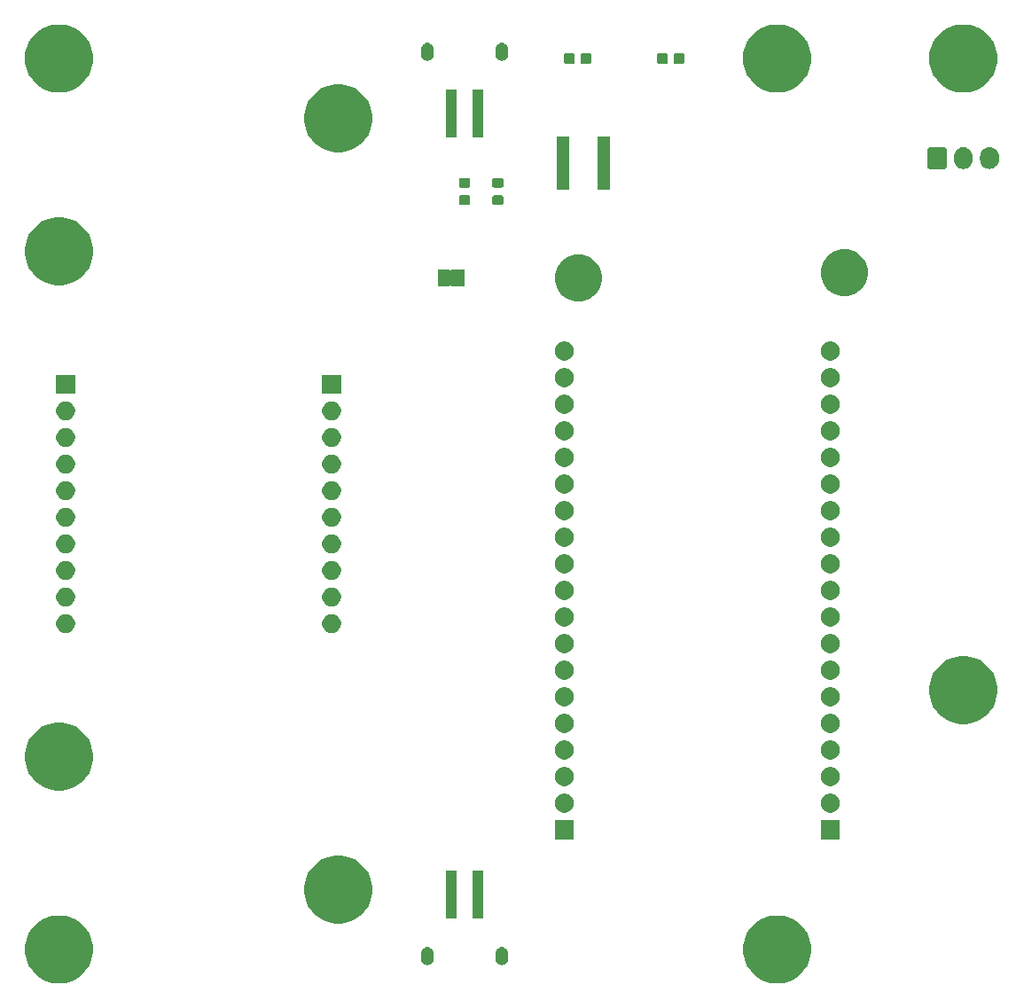
<source format=gbr>
G04 #@! TF.GenerationSoftware,KiCad,Pcbnew,(5.1.5)-3*
G04 #@! TF.CreationDate,2021-11-03T13:02:22+09:00*
G04 #@! TF.ProjectId,control_boad_2021-2,636f6e74-726f-46c5-9f62-6f61645f3230,rev?*
G04 #@! TF.SameCoordinates,Original*
G04 #@! TF.FileFunction,Soldermask,Top*
G04 #@! TF.FilePolarity,Negative*
%FSLAX46Y46*%
G04 Gerber Fmt 4.6, Leading zero omitted, Abs format (unit mm)*
G04 Created by KiCad (PCBNEW (5.1.5)-3) date 2021-11-03 13:02:22*
%MOMM*%
%LPD*%
G04 APERTURE LIST*
%ADD10C,0.100000*%
G04 APERTURE END LIST*
D10*
G36*
X138422950Y-139685216D02*
G01*
X138743282Y-139748934D01*
X139334926Y-139994001D01*
X139867392Y-140349784D01*
X140320216Y-140802608D01*
X140675999Y-141335074D01*
X140921066Y-141926718D01*
X140921066Y-141926719D01*
X141046000Y-142554803D01*
X141046000Y-143195197D01*
X140983533Y-143509239D01*
X140921066Y-143823282D01*
X140675999Y-144414926D01*
X140320216Y-144947392D01*
X139867392Y-145400216D01*
X139334926Y-145755999D01*
X138743282Y-146001066D01*
X138429239Y-146063533D01*
X138115197Y-146126000D01*
X137474803Y-146126000D01*
X137160761Y-146063533D01*
X136846718Y-146001066D01*
X136255074Y-145755999D01*
X135722608Y-145400216D01*
X135269784Y-144947392D01*
X134914001Y-144414926D01*
X134668934Y-143823282D01*
X134606467Y-143509239D01*
X134544000Y-143195197D01*
X134544000Y-142554803D01*
X134668934Y-141926719D01*
X134668934Y-141926718D01*
X134914001Y-141335074D01*
X135269784Y-140802608D01*
X135722608Y-140349784D01*
X136255074Y-139994001D01*
X136846718Y-139748934D01*
X137167050Y-139685216D01*
X137474803Y-139624000D01*
X138115197Y-139624000D01*
X138422950Y-139685216D01*
G37*
G36*
X69842950Y-139685216D02*
G01*
X70163282Y-139748934D01*
X70754926Y-139994001D01*
X71287392Y-140349784D01*
X71740216Y-140802608D01*
X72095999Y-141335074D01*
X72341066Y-141926718D01*
X72341066Y-141926719D01*
X72466000Y-142554803D01*
X72466000Y-143195197D01*
X72403533Y-143509239D01*
X72341066Y-143823282D01*
X72095999Y-144414926D01*
X71740216Y-144947392D01*
X71287392Y-145400216D01*
X70754926Y-145755999D01*
X70163282Y-146001066D01*
X69849239Y-146063533D01*
X69535197Y-146126000D01*
X68894803Y-146126000D01*
X68580761Y-146063533D01*
X68266718Y-146001066D01*
X67675074Y-145755999D01*
X67142608Y-145400216D01*
X66689784Y-144947392D01*
X66334001Y-144414926D01*
X66088934Y-143823282D01*
X66026467Y-143509239D01*
X65964000Y-143195197D01*
X65964000Y-142554803D01*
X66088934Y-141926719D01*
X66088934Y-141926718D01*
X66334001Y-141335074D01*
X66689784Y-140802608D01*
X67142608Y-140349784D01*
X67675074Y-139994001D01*
X68266718Y-139748934D01*
X68587050Y-139685216D01*
X68894803Y-139624000D01*
X69535197Y-139624000D01*
X69842950Y-139685216D01*
G37*
G36*
X111617818Y-142667696D02*
G01*
X111731105Y-142702062D01*
X111835512Y-142757869D01*
X111927027Y-142832973D01*
X112002131Y-142924488D01*
X112057938Y-143028895D01*
X112092304Y-143142182D01*
X112101000Y-143230481D01*
X112101000Y-143789519D01*
X112092304Y-143877818D01*
X112057938Y-143991105D01*
X112002131Y-144095512D01*
X112002130Y-144095513D01*
X111927027Y-144187027D01*
X111851923Y-144248662D01*
X111835511Y-144262131D01*
X111731104Y-144317938D01*
X111617817Y-144352304D01*
X111500000Y-144363907D01*
X111382182Y-144352304D01*
X111268895Y-144317938D01*
X111164488Y-144262131D01*
X111115274Y-144221742D01*
X111072973Y-144187027D01*
X110997870Y-144095512D01*
X110997869Y-144095511D01*
X110942062Y-143991104D01*
X110907696Y-143877817D01*
X110899000Y-143789518D01*
X110899000Y-143230481D01*
X110907696Y-143142182D01*
X110942062Y-143028895D01*
X110997869Y-142924488D01*
X111072974Y-142832973D01*
X111164489Y-142757869D01*
X111268896Y-142702062D01*
X111382183Y-142667696D01*
X111500000Y-142656093D01*
X111617818Y-142667696D01*
G37*
G36*
X104517818Y-142667696D02*
G01*
X104631105Y-142702062D01*
X104735512Y-142757869D01*
X104827027Y-142832973D01*
X104902131Y-142924488D01*
X104957938Y-143028895D01*
X104992304Y-143142182D01*
X105001000Y-143230481D01*
X105001000Y-143789519D01*
X104992304Y-143877818D01*
X104957938Y-143991105D01*
X104902131Y-144095512D01*
X104902130Y-144095513D01*
X104827027Y-144187027D01*
X104751923Y-144248662D01*
X104735511Y-144262131D01*
X104631104Y-144317938D01*
X104517817Y-144352304D01*
X104400000Y-144363907D01*
X104282182Y-144352304D01*
X104168895Y-144317938D01*
X104064488Y-144262131D01*
X104015274Y-144221742D01*
X103972973Y-144187027D01*
X103897870Y-144095512D01*
X103897869Y-144095511D01*
X103842062Y-143991104D01*
X103807696Y-143877817D01*
X103799000Y-143789518D01*
X103799000Y-143230481D01*
X103807696Y-143142182D01*
X103842062Y-143028895D01*
X103897869Y-142924488D01*
X103972974Y-142832973D01*
X104064489Y-142757869D01*
X104168896Y-142702062D01*
X104282183Y-142667696D01*
X104400000Y-142656093D01*
X104517818Y-142667696D01*
G37*
G36*
X96519239Y-133971467D02*
G01*
X96833282Y-134033934D01*
X97424926Y-134279001D01*
X97957392Y-134634784D01*
X98410216Y-135087608D01*
X98765999Y-135620074D01*
X99011066Y-136211718D01*
X99136000Y-136839804D01*
X99136000Y-137480196D01*
X99011066Y-138108282D01*
X98765999Y-138699926D01*
X98410216Y-139232392D01*
X97957392Y-139685216D01*
X97424926Y-140040999D01*
X96833282Y-140286066D01*
X96544803Y-140343448D01*
X96205197Y-140411000D01*
X95564803Y-140411000D01*
X95225197Y-140343448D01*
X94936718Y-140286066D01*
X94345074Y-140040999D01*
X93812608Y-139685216D01*
X93359784Y-139232392D01*
X93004001Y-138699926D01*
X92758934Y-138108282D01*
X92634000Y-137480196D01*
X92634000Y-136839804D01*
X92758934Y-136211718D01*
X93004001Y-135620074D01*
X93359784Y-135087608D01*
X93812608Y-134634784D01*
X94345074Y-134279001D01*
X94936718Y-134033934D01*
X95250761Y-133971467D01*
X95564803Y-133909000D01*
X96205197Y-133909000D01*
X96519239Y-133971467D01*
G37*
G36*
X107151000Y-139911000D02*
G01*
X106149000Y-139911000D01*
X106149000Y-135309000D01*
X107151000Y-135309000D01*
X107151000Y-139911000D01*
G37*
G36*
X109751000Y-139911000D02*
G01*
X108749000Y-139911000D01*
X108749000Y-135309000D01*
X109751000Y-135309000D01*
X109751000Y-139911000D01*
G37*
G36*
X118376000Y-132346000D02*
G01*
X116574000Y-132346000D01*
X116574000Y-130544000D01*
X118376000Y-130544000D01*
X118376000Y-132346000D01*
G37*
G36*
X143776000Y-132346000D02*
G01*
X141974000Y-132346000D01*
X141974000Y-130544000D01*
X143776000Y-130544000D01*
X143776000Y-132346000D01*
G37*
G36*
X142988512Y-128008927D02*
G01*
X143137812Y-128038624D01*
X143301784Y-128106544D01*
X143449354Y-128205147D01*
X143574853Y-128330646D01*
X143673456Y-128478216D01*
X143741376Y-128642188D01*
X143776000Y-128816259D01*
X143776000Y-128993741D01*
X143741376Y-129167812D01*
X143673456Y-129331784D01*
X143574853Y-129479354D01*
X143449354Y-129604853D01*
X143301784Y-129703456D01*
X143137812Y-129771376D01*
X142988512Y-129801073D01*
X142963742Y-129806000D01*
X142786258Y-129806000D01*
X142761488Y-129801073D01*
X142612188Y-129771376D01*
X142448216Y-129703456D01*
X142300646Y-129604853D01*
X142175147Y-129479354D01*
X142076544Y-129331784D01*
X142008624Y-129167812D01*
X141974000Y-128993741D01*
X141974000Y-128816259D01*
X142008624Y-128642188D01*
X142076544Y-128478216D01*
X142175147Y-128330646D01*
X142300646Y-128205147D01*
X142448216Y-128106544D01*
X142612188Y-128038624D01*
X142761488Y-128008927D01*
X142786258Y-128004000D01*
X142963742Y-128004000D01*
X142988512Y-128008927D01*
G37*
G36*
X117588512Y-128008927D02*
G01*
X117737812Y-128038624D01*
X117901784Y-128106544D01*
X118049354Y-128205147D01*
X118174853Y-128330646D01*
X118273456Y-128478216D01*
X118341376Y-128642188D01*
X118376000Y-128816259D01*
X118376000Y-128993741D01*
X118341376Y-129167812D01*
X118273456Y-129331784D01*
X118174853Y-129479354D01*
X118049354Y-129604853D01*
X117901784Y-129703456D01*
X117737812Y-129771376D01*
X117588512Y-129801073D01*
X117563742Y-129806000D01*
X117386258Y-129806000D01*
X117361488Y-129801073D01*
X117212188Y-129771376D01*
X117048216Y-129703456D01*
X116900646Y-129604853D01*
X116775147Y-129479354D01*
X116676544Y-129331784D01*
X116608624Y-129167812D01*
X116574000Y-128993741D01*
X116574000Y-128816259D01*
X116608624Y-128642188D01*
X116676544Y-128478216D01*
X116775147Y-128330646D01*
X116900646Y-128205147D01*
X117048216Y-128106544D01*
X117212188Y-128038624D01*
X117361488Y-128008927D01*
X117386258Y-128004000D01*
X117563742Y-128004000D01*
X117588512Y-128008927D01*
G37*
G36*
X69849239Y-121271467D02*
G01*
X70163282Y-121333934D01*
X70754926Y-121579001D01*
X71287392Y-121934784D01*
X71740216Y-122387608D01*
X72095999Y-122920074D01*
X72341066Y-123511718D01*
X72341066Y-123511719D01*
X72421034Y-123913742D01*
X72466000Y-124139804D01*
X72466000Y-124780196D01*
X72341066Y-125408282D01*
X72095999Y-125999926D01*
X71740216Y-126532392D01*
X71287392Y-126985216D01*
X70754926Y-127340999D01*
X70163282Y-127586066D01*
X69849239Y-127648533D01*
X69535197Y-127711000D01*
X68894803Y-127711000D01*
X68580761Y-127648533D01*
X68266718Y-127586066D01*
X67675074Y-127340999D01*
X67142608Y-126985216D01*
X66689784Y-126532392D01*
X66334001Y-125999926D01*
X66088934Y-125408282D01*
X65964000Y-124780196D01*
X65964000Y-124139804D01*
X66008967Y-123913742D01*
X66088934Y-123511719D01*
X66088934Y-123511718D01*
X66334001Y-122920074D01*
X66689784Y-122387608D01*
X67142608Y-121934784D01*
X67675074Y-121579001D01*
X68266718Y-121333934D01*
X68580761Y-121271467D01*
X68894803Y-121209000D01*
X69535197Y-121209000D01*
X69849239Y-121271467D01*
G37*
G36*
X142988512Y-125468927D02*
G01*
X143137812Y-125498624D01*
X143301784Y-125566544D01*
X143449354Y-125665147D01*
X143574853Y-125790646D01*
X143673456Y-125938216D01*
X143741376Y-126102188D01*
X143776000Y-126276259D01*
X143776000Y-126453741D01*
X143741376Y-126627812D01*
X143673456Y-126791784D01*
X143574853Y-126939354D01*
X143449354Y-127064853D01*
X143301784Y-127163456D01*
X143137812Y-127231376D01*
X142988512Y-127261073D01*
X142963742Y-127266000D01*
X142786258Y-127266000D01*
X142761488Y-127261073D01*
X142612188Y-127231376D01*
X142448216Y-127163456D01*
X142300646Y-127064853D01*
X142175147Y-126939354D01*
X142076544Y-126791784D01*
X142008624Y-126627812D01*
X141974000Y-126453741D01*
X141974000Y-126276259D01*
X142008624Y-126102188D01*
X142076544Y-125938216D01*
X142175147Y-125790646D01*
X142300646Y-125665147D01*
X142448216Y-125566544D01*
X142612188Y-125498624D01*
X142761488Y-125468927D01*
X142786258Y-125464000D01*
X142963742Y-125464000D01*
X142988512Y-125468927D01*
G37*
G36*
X117588512Y-125468927D02*
G01*
X117737812Y-125498624D01*
X117901784Y-125566544D01*
X118049354Y-125665147D01*
X118174853Y-125790646D01*
X118273456Y-125938216D01*
X118341376Y-126102188D01*
X118376000Y-126276259D01*
X118376000Y-126453741D01*
X118341376Y-126627812D01*
X118273456Y-126791784D01*
X118174853Y-126939354D01*
X118049354Y-127064853D01*
X117901784Y-127163456D01*
X117737812Y-127231376D01*
X117588512Y-127261073D01*
X117563742Y-127266000D01*
X117386258Y-127266000D01*
X117361488Y-127261073D01*
X117212188Y-127231376D01*
X117048216Y-127163456D01*
X116900646Y-127064853D01*
X116775147Y-126939354D01*
X116676544Y-126791784D01*
X116608624Y-126627812D01*
X116574000Y-126453741D01*
X116574000Y-126276259D01*
X116608624Y-126102188D01*
X116676544Y-125938216D01*
X116775147Y-125790646D01*
X116900646Y-125665147D01*
X117048216Y-125566544D01*
X117212188Y-125498624D01*
X117361488Y-125468927D01*
X117386258Y-125464000D01*
X117563742Y-125464000D01*
X117588512Y-125468927D01*
G37*
G36*
X117588512Y-122928927D02*
G01*
X117737812Y-122958624D01*
X117901784Y-123026544D01*
X118049354Y-123125147D01*
X118174853Y-123250646D01*
X118273456Y-123398216D01*
X118341376Y-123562188D01*
X118376000Y-123736259D01*
X118376000Y-123913741D01*
X118341376Y-124087812D01*
X118273456Y-124251784D01*
X118174853Y-124399354D01*
X118049354Y-124524853D01*
X117901784Y-124623456D01*
X117737812Y-124691376D01*
X117588512Y-124721073D01*
X117563742Y-124726000D01*
X117386258Y-124726000D01*
X117361488Y-124721073D01*
X117212188Y-124691376D01*
X117048216Y-124623456D01*
X116900646Y-124524853D01*
X116775147Y-124399354D01*
X116676544Y-124251784D01*
X116608624Y-124087812D01*
X116574000Y-123913741D01*
X116574000Y-123736259D01*
X116608624Y-123562188D01*
X116676544Y-123398216D01*
X116775147Y-123250646D01*
X116900646Y-123125147D01*
X117048216Y-123026544D01*
X117212188Y-122958624D01*
X117361488Y-122928927D01*
X117386258Y-122924000D01*
X117563742Y-122924000D01*
X117588512Y-122928927D01*
G37*
G36*
X142988512Y-122928927D02*
G01*
X143137812Y-122958624D01*
X143301784Y-123026544D01*
X143449354Y-123125147D01*
X143574853Y-123250646D01*
X143673456Y-123398216D01*
X143741376Y-123562188D01*
X143776000Y-123736259D01*
X143776000Y-123913741D01*
X143741376Y-124087812D01*
X143673456Y-124251784D01*
X143574853Y-124399354D01*
X143449354Y-124524853D01*
X143301784Y-124623456D01*
X143137812Y-124691376D01*
X142988512Y-124721073D01*
X142963742Y-124726000D01*
X142786258Y-124726000D01*
X142761488Y-124721073D01*
X142612188Y-124691376D01*
X142448216Y-124623456D01*
X142300646Y-124524853D01*
X142175147Y-124399354D01*
X142076544Y-124251784D01*
X142008624Y-124087812D01*
X141974000Y-123913741D01*
X141974000Y-123736259D01*
X142008624Y-123562188D01*
X142076544Y-123398216D01*
X142175147Y-123250646D01*
X142300646Y-123125147D01*
X142448216Y-123026544D01*
X142612188Y-122958624D01*
X142761488Y-122928927D01*
X142786258Y-122924000D01*
X142963742Y-122924000D01*
X142988512Y-122928927D01*
G37*
G36*
X142988512Y-120388927D02*
G01*
X143137812Y-120418624D01*
X143301784Y-120486544D01*
X143449354Y-120585147D01*
X143574853Y-120710646D01*
X143673456Y-120858216D01*
X143741376Y-121022188D01*
X143776000Y-121196259D01*
X143776000Y-121373741D01*
X143741376Y-121547812D01*
X143673456Y-121711784D01*
X143574853Y-121859354D01*
X143449354Y-121984853D01*
X143301784Y-122083456D01*
X143137812Y-122151376D01*
X142988512Y-122181073D01*
X142963742Y-122186000D01*
X142786258Y-122186000D01*
X142761488Y-122181073D01*
X142612188Y-122151376D01*
X142448216Y-122083456D01*
X142300646Y-121984853D01*
X142175147Y-121859354D01*
X142076544Y-121711784D01*
X142008624Y-121547812D01*
X141974000Y-121373741D01*
X141974000Y-121196259D01*
X142008624Y-121022188D01*
X142076544Y-120858216D01*
X142175147Y-120710646D01*
X142300646Y-120585147D01*
X142448216Y-120486544D01*
X142612188Y-120418624D01*
X142761488Y-120388927D01*
X142786258Y-120384000D01*
X142963742Y-120384000D01*
X142988512Y-120388927D01*
G37*
G36*
X117588512Y-120388927D02*
G01*
X117737812Y-120418624D01*
X117901784Y-120486544D01*
X118049354Y-120585147D01*
X118174853Y-120710646D01*
X118273456Y-120858216D01*
X118341376Y-121022188D01*
X118376000Y-121196259D01*
X118376000Y-121373741D01*
X118341376Y-121547812D01*
X118273456Y-121711784D01*
X118174853Y-121859354D01*
X118049354Y-121984853D01*
X117901784Y-122083456D01*
X117737812Y-122151376D01*
X117588512Y-122181073D01*
X117563742Y-122186000D01*
X117386258Y-122186000D01*
X117361488Y-122181073D01*
X117212188Y-122151376D01*
X117048216Y-122083456D01*
X116900646Y-121984853D01*
X116775147Y-121859354D01*
X116676544Y-121711784D01*
X116608624Y-121547812D01*
X116574000Y-121373741D01*
X116574000Y-121196259D01*
X116608624Y-121022188D01*
X116676544Y-120858216D01*
X116775147Y-120710646D01*
X116900646Y-120585147D01*
X117048216Y-120486544D01*
X117212188Y-120418624D01*
X117361488Y-120388927D01*
X117386258Y-120384000D01*
X117563742Y-120384000D01*
X117588512Y-120388927D01*
G37*
G36*
X156209239Y-114921467D02*
G01*
X156523282Y-114983934D01*
X157114926Y-115229001D01*
X157647392Y-115584784D01*
X158100216Y-116037608D01*
X158455999Y-116570074D01*
X158701066Y-117161718D01*
X158701066Y-117161719D01*
X158826000Y-117789803D01*
X158826000Y-118430197D01*
X158781033Y-118656259D01*
X158701066Y-119058282D01*
X158455999Y-119649926D01*
X158100216Y-120182392D01*
X157647392Y-120635216D01*
X157114926Y-120990999D01*
X156523282Y-121236066D01*
X156209239Y-121298533D01*
X155895197Y-121361000D01*
X155254803Y-121361000D01*
X154940761Y-121298533D01*
X154626718Y-121236066D01*
X154035074Y-120990999D01*
X153502608Y-120635216D01*
X153049784Y-120182392D01*
X152694001Y-119649926D01*
X152448934Y-119058282D01*
X152368967Y-118656259D01*
X152324000Y-118430197D01*
X152324000Y-117789803D01*
X152448934Y-117161719D01*
X152448934Y-117161718D01*
X152694001Y-116570074D01*
X153049784Y-116037608D01*
X153502608Y-115584784D01*
X154035074Y-115229001D01*
X154626718Y-114983934D01*
X154940761Y-114921467D01*
X155254803Y-114859000D01*
X155895197Y-114859000D01*
X156209239Y-114921467D01*
G37*
G36*
X117588512Y-117848927D02*
G01*
X117737812Y-117878624D01*
X117901784Y-117946544D01*
X118049354Y-118045147D01*
X118174853Y-118170646D01*
X118273456Y-118318216D01*
X118341376Y-118482188D01*
X118376000Y-118656259D01*
X118376000Y-118833741D01*
X118341376Y-119007812D01*
X118273456Y-119171784D01*
X118174853Y-119319354D01*
X118049354Y-119444853D01*
X117901784Y-119543456D01*
X117737812Y-119611376D01*
X117588512Y-119641073D01*
X117563742Y-119646000D01*
X117386258Y-119646000D01*
X117361488Y-119641073D01*
X117212188Y-119611376D01*
X117048216Y-119543456D01*
X116900646Y-119444853D01*
X116775147Y-119319354D01*
X116676544Y-119171784D01*
X116608624Y-119007812D01*
X116574000Y-118833741D01*
X116574000Y-118656259D01*
X116608624Y-118482188D01*
X116676544Y-118318216D01*
X116775147Y-118170646D01*
X116900646Y-118045147D01*
X117048216Y-117946544D01*
X117212188Y-117878624D01*
X117361488Y-117848927D01*
X117386258Y-117844000D01*
X117563742Y-117844000D01*
X117588512Y-117848927D01*
G37*
G36*
X142988512Y-117848927D02*
G01*
X143137812Y-117878624D01*
X143301784Y-117946544D01*
X143449354Y-118045147D01*
X143574853Y-118170646D01*
X143673456Y-118318216D01*
X143741376Y-118482188D01*
X143776000Y-118656259D01*
X143776000Y-118833741D01*
X143741376Y-119007812D01*
X143673456Y-119171784D01*
X143574853Y-119319354D01*
X143449354Y-119444853D01*
X143301784Y-119543456D01*
X143137812Y-119611376D01*
X142988512Y-119641073D01*
X142963742Y-119646000D01*
X142786258Y-119646000D01*
X142761488Y-119641073D01*
X142612188Y-119611376D01*
X142448216Y-119543456D01*
X142300646Y-119444853D01*
X142175147Y-119319354D01*
X142076544Y-119171784D01*
X142008624Y-119007812D01*
X141974000Y-118833741D01*
X141974000Y-118656259D01*
X142008624Y-118482188D01*
X142076544Y-118318216D01*
X142175147Y-118170646D01*
X142300646Y-118045147D01*
X142448216Y-117946544D01*
X142612188Y-117878624D01*
X142761488Y-117848927D01*
X142786258Y-117844000D01*
X142963742Y-117844000D01*
X142988512Y-117848927D01*
G37*
G36*
X117588512Y-115308927D02*
G01*
X117737812Y-115338624D01*
X117901784Y-115406544D01*
X118049354Y-115505147D01*
X118174853Y-115630646D01*
X118273456Y-115778216D01*
X118341376Y-115942188D01*
X118376000Y-116116259D01*
X118376000Y-116293741D01*
X118341376Y-116467812D01*
X118273456Y-116631784D01*
X118174853Y-116779354D01*
X118049354Y-116904853D01*
X117901784Y-117003456D01*
X117737812Y-117071376D01*
X117588512Y-117101073D01*
X117563742Y-117106000D01*
X117386258Y-117106000D01*
X117361488Y-117101073D01*
X117212188Y-117071376D01*
X117048216Y-117003456D01*
X116900646Y-116904853D01*
X116775147Y-116779354D01*
X116676544Y-116631784D01*
X116608624Y-116467812D01*
X116574000Y-116293741D01*
X116574000Y-116116259D01*
X116608624Y-115942188D01*
X116676544Y-115778216D01*
X116775147Y-115630646D01*
X116900646Y-115505147D01*
X117048216Y-115406544D01*
X117212188Y-115338624D01*
X117361488Y-115308927D01*
X117386258Y-115304000D01*
X117563742Y-115304000D01*
X117588512Y-115308927D01*
G37*
G36*
X142988512Y-115308927D02*
G01*
X143137812Y-115338624D01*
X143301784Y-115406544D01*
X143449354Y-115505147D01*
X143574853Y-115630646D01*
X143673456Y-115778216D01*
X143741376Y-115942188D01*
X143776000Y-116116259D01*
X143776000Y-116293741D01*
X143741376Y-116467812D01*
X143673456Y-116631784D01*
X143574853Y-116779354D01*
X143449354Y-116904853D01*
X143301784Y-117003456D01*
X143137812Y-117071376D01*
X142988512Y-117101073D01*
X142963742Y-117106000D01*
X142786258Y-117106000D01*
X142761488Y-117101073D01*
X142612188Y-117071376D01*
X142448216Y-117003456D01*
X142300646Y-116904853D01*
X142175147Y-116779354D01*
X142076544Y-116631784D01*
X142008624Y-116467812D01*
X141974000Y-116293741D01*
X141974000Y-116116259D01*
X142008624Y-115942188D01*
X142076544Y-115778216D01*
X142175147Y-115630646D01*
X142300646Y-115505147D01*
X142448216Y-115406544D01*
X142612188Y-115338624D01*
X142761488Y-115308927D01*
X142786258Y-115304000D01*
X142963742Y-115304000D01*
X142988512Y-115308927D01*
G37*
G36*
X117588512Y-112768927D02*
G01*
X117737812Y-112798624D01*
X117901784Y-112866544D01*
X118049354Y-112965147D01*
X118174853Y-113090646D01*
X118273456Y-113238216D01*
X118341376Y-113402188D01*
X118376000Y-113576259D01*
X118376000Y-113753741D01*
X118341376Y-113927812D01*
X118273456Y-114091784D01*
X118174853Y-114239354D01*
X118049354Y-114364853D01*
X117901784Y-114463456D01*
X117737812Y-114531376D01*
X117588512Y-114561073D01*
X117563742Y-114566000D01*
X117386258Y-114566000D01*
X117361488Y-114561073D01*
X117212188Y-114531376D01*
X117048216Y-114463456D01*
X116900646Y-114364853D01*
X116775147Y-114239354D01*
X116676544Y-114091784D01*
X116608624Y-113927812D01*
X116574000Y-113753741D01*
X116574000Y-113576259D01*
X116608624Y-113402188D01*
X116676544Y-113238216D01*
X116775147Y-113090646D01*
X116900646Y-112965147D01*
X117048216Y-112866544D01*
X117212188Y-112798624D01*
X117361488Y-112768927D01*
X117386258Y-112764000D01*
X117563742Y-112764000D01*
X117588512Y-112768927D01*
G37*
G36*
X142988512Y-112768927D02*
G01*
X143137812Y-112798624D01*
X143301784Y-112866544D01*
X143449354Y-112965147D01*
X143574853Y-113090646D01*
X143673456Y-113238216D01*
X143741376Y-113402188D01*
X143776000Y-113576259D01*
X143776000Y-113753741D01*
X143741376Y-113927812D01*
X143673456Y-114091784D01*
X143574853Y-114239354D01*
X143449354Y-114364853D01*
X143301784Y-114463456D01*
X143137812Y-114531376D01*
X142988512Y-114561073D01*
X142963742Y-114566000D01*
X142786258Y-114566000D01*
X142761488Y-114561073D01*
X142612188Y-114531376D01*
X142448216Y-114463456D01*
X142300646Y-114364853D01*
X142175147Y-114239354D01*
X142076544Y-114091784D01*
X142008624Y-113927812D01*
X141974000Y-113753741D01*
X141974000Y-113576259D01*
X142008624Y-113402188D01*
X142076544Y-113238216D01*
X142175147Y-113090646D01*
X142300646Y-112965147D01*
X142448216Y-112866544D01*
X142612188Y-112798624D01*
X142761488Y-112768927D01*
X142786258Y-112764000D01*
X142963742Y-112764000D01*
X142988512Y-112768927D01*
G37*
G36*
X69954769Y-110862188D02*
G01*
X70112812Y-110893624D01*
X70276784Y-110961544D01*
X70424354Y-111060147D01*
X70549853Y-111185646D01*
X70648456Y-111333216D01*
X70716376Y-111497188D01*
X70751000Y-111671259D01*
X70751000Y-111848741D01*
X70716376Y-112022812D01*
X70648456Y-112186784D01*
X70549853Y-112334354D01*
X70424354Y-112459853D01*
X70276784Y-112558456D01*
X70112812Y-112626376D01*
X69963512Y-112656073D01*
X69938742Y-112661000D01*
X69761258Y-112661000D01*
X69736488Y-112656073D01*
X69587188Y-112626376D01*
X69423216Y-112558456D01*
X69275646Y-112459853D01*
X69150147Y-112334354D01*
X69051544Y-112186784D01*
X68983624Y-112022812D01*
X68949000Y-111848741D01*
X68949000Y-111671259D01*
X68983624Y-111497188D01*
X69051544Y-111333216D01*
X69150147Y-111185646D01*
X69275646Y-111060147D01*
X69423216Y-110961544D01*
X69587188Y-110893624D01*
X69745231Y-110862188D01*
X69761258Y-110859000D01*
X69938742Y-110859000D01*
X69954769Y-110862188D01*
G37*
G36*
X95354769Y-110862188D02*
G01*
X95512812Y-110893624D01*
X95676784Y-110961544D01*
X95824354Y-111060147D01*
X95949853Y-111185646D01*
X96048456Y-111333216D01*
X96116376Y-111497188D01*
X96151000Y-111671259D01*
X96151000Y-111848741D01*
X96116376Y-112022812D01*
X96048456Y-112186784D01*
X95949853Y-112334354D01*
X95824354Y-112459853D01*
X95676784Y-112558456D01*
X95512812Y-112626376D01*
X95363512Y-112656073D01*
X95338742Y-112661000D01*
X95161258Y-112661000D01*
X95136488Y-112656073D01*
X94987188Y-112626376D01*
X94823216Y-112558456D01*
X94675646Y-112459853D01*
X94550147Y-112334354D01*
X94451544Y-112186784D01*
X94383624Y-112022812D01*
X94349000Y-111848741D01*
X94349000Y-111671259D01*
X94383624Y-111497188D01*
X94451544Y-111333216D01*
X94550147Y-111185646D01*
X94675646Y-111060147D01*
X94823216Y-110961544D01*
X94987188Y-110893624D01*
X95145231Y-110862188D01*
X95161258Y-110859000D01*
X95338742Y-110859000D01*
X95354769Y-110862188D01*
G37*
G36*
X142988512Y-110228927D02*
G01*
X143137812Y-110258624D01*
X143301784Y-110326544D01*
X143449354Y-110425147D01*
X143574853Y-110550646D01*
X143673456Y-110698216D01*
X143741376Y-110862188D01*
X143776000Y-111036259D01*
X143776000Y-111213741D01*
X143741376Y-111387812D01*
X143673456Y-111551784D01*
X143574853Y-111699354D01*
X143449354Y-111824853D01*
X143301784Y-111923456D01*
X143137812Y-111991376D01*
X142988512Y-112021073D01*
X142963742Y-112026000D01*
X142786258Y-112026000D01*
X142761488Y-112021073D01*
X142612188Y-111991376D01*
X142448216Y-111923456D01*
X142300646Y-111824853D01*
X142175147Y-111699354D01*
X142076544Y-111551784D01*
X142008624Y-111387812D01*
X141974000Y-111213741D01*
X141974000Y-111036259D01*
X142008624Y-110862188D01*
X142076544Y-110698216D01*
X142175147Y-110550646D01*
X142300646Y-110425147D01*
X142448216Y-110326544D01*
X142612188Y-110258624D01*
X142761488Y-110228927D01*
X142786258Y-110224000D01*
X142963742Y-110224000D01*
X142988512Y-110228927D01*
G37*
G36*
X117588512Y-110228927D02*
G01*
X117737812Y-110258624D01*
X117901784Y-110326544D01*
X118049354Y-110425147D01*
X118174853Y-110550646D01*
X118273456Y-110698216D01*
X118341376Y-110862188D01*
X118376000Y-111036259D01*
X118376000Y-111213741D01*
X118341376Y-111387812D01*
X118273456Y-111551784D01*
X118174853Y-111699354D01*
X118049354Y-111824853D01*
X117901784Y-111923456D01*
X117737812Y-111991376D01*
X117588512Y-112021073D01*
X117563742Y-112026000D01*
X117386258Y-112026000D01*
X117361488Y-112021073D01*
X117212188Y-111991376D01*
X117048216Y-111923456D01*
X116900646Y-111824853D01*
X116775147Y-111699354D01*
X116676544Y-111551784D01*
X116608624Y-111387812D01*
X116574000Y-111213741D01*
X116574000Y-111036259D01*
X116608624Y-110862188D01*
X116676544Y-110698216D01*
X116775147Y-110550646D01*
X116900646Y-110425147D01*
X117048216Y-110326544D01*
X117212188Y-110258624D01*
X117361488Y-110228927D01*
X117386258Y-110224000D01*
X117563742Y-110224000D01*
X117588512Y-110228927D01*
G37*
G36*
X69954769Y-108322188D02*
G01*
X70112812Y-108353624D01*
X70276784Y-108421544D01*
X70424354Y-108520147D01*
X70549853Y-108645646D01*
X70648456Y-108793216D01*
X70716376Y-108957188D01*
X70751000Y-109131259D01*
X70751000Y-109308741D01*
X70716376Y-109482812D01*
X70648456Y-109646784D01*
X70549853Y-109794354D01*
X70424354Y-109919853D01*
X70276784Y-110018456D01*
X70112812Y-110086376D01*
X69963512Y-110116073D01*
X69938742Y-110121000D01*
X69761258Y-110121000D01*
X69736488Y-110116073D01*
X69587188Y-110086376D01*
X69423216Y-110018456D01*
X69275646Y-109919853D01*
X69150147Y-109794354D01*
X69051544Y-109646784D01*
X68983624Y-109482812D01*
X68949000Y-109308741D01*
X68949000Y-109131259D01*
X68983624Y-108957188D01*
X69051544Y-108793216D01*
X69150147Y-108645646D01*
X69275646Y-108520147D01*
X69423216Y-108421544D01*
X69587188Y-108353624D01*
X69745231Y-108322188D01*
X69761258Y-108319000D01*
X69938742Y-108319000D01*
X69954769Y-108322188D01*
G37*
G36*
X95354769Y-108322188D02*
G01*
X95512812Y-108353624D01*
X95676784Y-108421544D01*
X95824354Y-108520147D01*
X95949853Y-108645646D01*
X96048456Y-108793216D01*
X96116376Y-108957188D01*
X96151000Y-109131259D01*
X96151000Y-109308741D01*
X96116376Y-109482812D01*
X96048456Y-109646784D01*
X95949853Y-109794354D01*
X95824354Y-109919853D01*
X95676784Y-110018456D01*
X95512812Y-110086376D01*
X95363512Y-110116073D01*
X95338742Y-110121000D01*
X95161258Y-110121000D01*
X95136488Y-110116073D01*
X94987188Y-110086376D01*
X94823216Y-110018456D01*
X94675646Y-109919853D01*
X94550147Y-109794354D01*
X94451544Y-109646784D01*
X94383624Y-109482812D01*
X94349000Y-109308741D01*
X94349000Y-109131259D01*
X94383624Y-108957188D01*
X94451544Y-108793216D01*
X94550147Y-108645646D01*
X94675646Y-108520147D01*
X94823216Y-108421544D01*
X94987188Y-108353624D01*
X95145231Y-108322188D01*
X95161258Y-108319000D01*
X95338742Y-108319000D01*
X95354769Y-108322188D01*
G37*
G36*
X142988512Y-107688927D02*
G01*
X143137812Y-107718624D01*
X143301784Y-107786544D01*
X143449354Y-107885147D01*
X143574853Y-108010646D01*
X143673456Y-108158216D01*
X143741376Y-108322188D01*
X143776000Y-108496259D01*
X143776000Y-108673741D01*
X143741376Y-108847812D01*
X143673456Y-109011784D01*
X143574853Y-109159354D01*
X143449354Y-109284853D01*
X143301784Y-109383456D01*
X143137812Y-109451376D01*
X142988512Y-109481073D01*
X142963742Y-109486000D01*
X142786258Y-109486000D01*
X142761488Y-109481073D01*
X142612188Y-109451376D01*
X142448216Y-109383456D01*
X142300646Y-109284853D01*
X142175147Y-109159354D01*
X142076544Y-109011784D01*
X142008624Y-108847812D01*
X141974000Y-108673741D01*
X141974000Y-108496259D01*
X142008624Y-108322188D01*
X142076544Y-108158216D01*
X142175147Y-108010646D01*
X142300646Y-107885147D01*
X142448216Y-107786544D01*
X142612188Y-107718624D01*
X142761488Y-107688927D01*
X142786258Y-107684000D01*
X142963742Y-107684000D01*
X142988512Y-107688927D01*
G37*
G36*
X117588512Y-107688927D02*
G01*
X117737812Y-107718624D01*
X117901784Y-107786544D01*
X118049354Y-107885147D01*
X118174853Y-108010646D01*
X118273456Y-108158216D01*
X118341376Y-108322188D01*
X118376000Y-108496259D01*
X118376000Y-108673741D01*
X118341376Y-108847812D01*
X118273456Y-109011784D01*
X118174853Y-109159354D01*
X118049354Y-109284853D01*
X117901784Y-109383456D01*
X117737812Y-109451376D01*
X117588512Y-109481073D01*
X117563742Y-109486000D01*
X117386258Y-109486000D01*
X117361488Y-109481073D01*
X117212188Y-109451376D01*
X117048216Y-109383456D01*
X116900646Y-109284853D01*
X116775147Y-109159354D01*
X116676544Y-109011784D01*
X116608624Y-108847812D01*
X116574000Y-108673741D01*
X116574000Y-108496259D01*
X116608624Y-108322188D01*
X116676544Y-108158216D01*
X116775147Y-108010646D01*
X116900646Y-107885147D01*
X117048216Y-107786544D01*
X117212188Y-107718624D01*
X117361488Y-107688927D01*
X117386258Y-107684000D01*
X117563742Y-107684000D01*
X117588512Y-107688927D01*
G37*
G36*
X95354769Y-105782188D02*
G01*
X95512812Y-105813624D01*
X95676784Y-105881544D01*
X95824354Y-105980147D01*
X95949853Y-106105646D01*
X96048456Y-106253216D01*
X96116376Y-106417188D01*
X96151000Y-106591259D01*
X96151000Y-106768741D01*
X96116376Y-106942812D01*
X96048456Y-107106784D01*
X95949853Y-107254354D01*
X95824354Y-107379853D01*
X95676784Y-107478456D01*
X95512812Y-107546376D01*
X95363512Y-107576073D01*
X95338742Y-107581000D01*
X95161258Y-107581000D01*
X95136488Y-107576073D01*
X94987188Y-107546376D01*
X94823216Y-107478456D01*
X94675646Y-107379853D01*
X94550147Y-107254354D01*
X94451544Y-107106784D01*
X94383624Y-106942812D01*
X94349000Y-106768741D01*
X94349000Y-106591259D01*
X94383624Y-106417188D01*
X94451544Y-106253216D01*
X94550147Y-106105646D01*
X94675646Y-105980147D01*
X94823216Y-105881544D01*
X94987188Y-105813624D01*
X95145231Y-105782188D01*
X95161258Y-105779000D01*
X95338742Y-105779000D01*
X95354769Y-105782188D01*
G37*
G36*
X69954769Y-105782188D02*
G01*
X70112812Y-105813624D01*
X70276784Y-105881544D01*
X70424354Y-105980147D01*
X70549853Y-106105646D01*
X70648456Y-106253216D01*
X70716376Y-106417188D01*
X70751000Y-106591259D01*
X70751000Y-106768741D01*
X70716376Y-106942812D01*
X70648456Y-107106784D01*
X70549853Y-107254354D01*
X70424354Y-107379853D01*
X70276784Y-107478456D01*
X70112812Y-107546376D01*
X69963512Y-107576073D01*
X69938742Y-107581000D01*
X69761258Y-107581000D01*
X69736488Y-107576073D01*
X69587188Y-107546376D01*
X69423216Y-107478456D01*
X69275646Y-107379853D01*
X69150147Y-107254354D01*
X69051544Y-107106784D01*
X68983624Y-106942812D01*
X68949000Y-106768741D01*
X68949000Y-106591259D01*
X68983624Y-106417188D01*
X69051544Y-106253216D01*
X69150147Y-106105646D01*
X69275646Y-105980147D01*
X69423216Y-105881544D01*
X69587188Y-105813624D01*
X69745231Y-105782188D01*
X69761258Y-105779000D01*
X69938742Y-105779000D01*
X69954769Y-105782188D01*
G37*
G36*
X142988512Y-105148927D02*
G01*
X143137812Y-105178624D01*
X143301784Y-105246544D01*
X143449354Y-105345147D01*
X143574853Y-105470646D01*
X143673456Y-105618216D01*
X143741376Y-105782188D01*
X143776000Y-105956259D01*
X143776000Y-106133741D01*
X143741376Y-106307812D01*
X143673456Y-106471784D01*
X143574853Y-106619354D01*
X143449354Y-106744853D01*
X143301784Y-106843456D01*
X143137812Y-106911376D01*
X142988512Y-106941073D01*
X142963742Y-106946000D01*
X142786258Y-106946000D01*
X142761488Y-106941073D01*
X142612188Y-106911376D01*
X142448216Y-106843456D01*
X142300646Y-106744853D01*
X142175147Y-106619354D01*
X142076544Y-106471784D01*
X142008624Y-106307812D01*
X141974000Y-106133741D01*
X141974000Y-105956259D01*
X142008624Y-105782188D01*
X142076544Y-105618216D01*
X142175147Y-105470646D01*
X142300646Y-105345147D01*
X142448216Y-105246544D01*
X142612188Y-105178624D01*
X142761488Y-105148927D01*
X142786258Y-105144000D01*
X142963742Y-105144000D01*
X142988512Y-105148927D01*
G37*
G36*
X117588512Y-105148927D02*
G01*
X117737812Y-105178624D01*
X117901784Y-105246544D01*
X118049354Y-105345147D01*
X118174853Y-105470646D01*
X118273456Y-105618216D01*
X118341376Y-105782188D01*
X118376000Y-105956259D01*
X118376000Y-106133741D01*
X118341376Y-106307812D01*
X118273456Y-106471784D01*
X118174853Y-106619354D01*
X118049354Y-106744853D01*
X117901784Y-106843456D01*
X117737812Y-106911376D01*
X117588512Y-106941073D01*
X117563742Y-106946000D01*
X117386258Y-106946000D01*
X117361488Y-106941073D01*
X117212188Y-106911376D01*
X117048216Y-106843456D01*
X116900646Y-106744853D01*
X116775147Y-106619354D01*
X116676544Y-106471784D01*
X116608624Y-106307812D01*
X116574000Y-106133741D01*
X116574000Y-105956259D01*
X116608624Y-105782188D01*
X116676544Y-105618216D01*
X116775147Y-105470646D01*
X116900646Y-105345147D01*
X117048216Y-105246544D01*
X117212188Y-105178624D01*
X117361488Y-105148927D01*
X117386258Y-105144000D01*
X117563742Y-105144000D01*
X117588512Y-105148927D01*
G37*
G36*
X95354769Y-103242188D02*
G01*
X95512812Y-103273624D01*
X95676784Y-103341544D01*
X95824354Y-103440147D01*
X95949853Y-103565646D01*
X96048456Y-103713216D01*
X96116376Y-103877188D01*
X96151000Y-104051259D01*
X96151000Y-104228741D01*
X96116376Y-104402812D01*
X96048456Y-104566784D01*
X95949853Y-104714354D01*
X95824354Y-104839853D01*
X95676784Y-104938456D01*
X95512812Y-105006376D01*
X95363512Y-105036073D01*
X95338742Y-105041000D01*
X95161258Y-105041000D01*
X95136488Y-105036073D01*
X94987188Y-105006376D01*
X94823216Y-104938456D01*
X94675646Y-104839853D01*
X94550147Y-104714354D01*
X94451544Y-104566784D01*
X94383624Y-104402812D01*
X94349000Y-104228741D01*
X94349000Y-104051259D01*
X94383624Y-103877188D01*
X94451544Y-103713216D01*
X94550147Y-103565646D01*
X94675646Y-103440147D01*
X94823216Y-103341544D01*
X94987188Y-103273624D01*
X95145231Y-103242188D01*
X95161258Y-103239000D01*
X95338742Y-103239000D01*
X95354769Y-103242188D01*
G37*
G36*
X69954769Y-103242188D02*
G01*
X70112812Y-103273624D01*
X70276784Y-103341544D01*
X70424354Y-103440147D01*
X70549853Y-103565646D01*
X70648456Y-103713216D01*
X70716376Y-103877188D01*
X70751000Y-104051259D01*
X70751000Y-104228741D01*
X70716376Y-104402812D01*
X70648456Y-104566784D01*
X70549853Y-104714354D01*
X70424354Y-104839853D01*
X70276784Y-104938456D01*
X70112812Y-105006376D01*
X69963512Y-105036073D01*
X69938742Y-105041000D01*
X69761258Y-105041000D01*
X69736488Y-105036073D01*
X69587188Y-105006376D01*
X69423216Y-104938456D01*
X69275646Y-104839853D01*
X69150147Y-104714354D01*
X69051544Y-104566784D01*
X68983624Y-104402812D01*
X68949000Y-104228741D01*
X68949000Y-104051259D01*
X68983624Y-103877188D01*
X69051544Y-103713216D01*
X69150147Y-103565646D01*
X69275646Y-103440147D01*
X69423216Y-103341544D01*
X69587188Y-103273624D01*
X69745231Y-103242188D01*
X69761258Y-103239000D01*
X69938742Y-103239000D01*
X69954769Y-103242188D01*
G37*
G36*
X142988512Y-102608927D02*
G01*
X143137812Y-102638624D01*
X143301784Y-102706544D01*
X143449354Y-102805147D01*
X143574853Y-102930646D01*
X143673456Y-103078216D01*
X143741376Y-103242188D01*
X143776000Y-103416259D01*
X143776000Y-103593741D01*
X143741376Y-103767812D01*
X143673456Y-103931784D01*
X143574853Y-104079354D01*
X143449354Y-104204853D01*
X143301784Y-104303456D01*
X143137812Y-104371376D01*
X142988512Y-104401073D01*
X142963742Y-104406000D01*
X142786258Y-104406000D01*
X142761488Y-104401073D01*
X142612188Y-104371376D01*
X142448216Y-104303456D01*
X142300646Y-104204853D01*
X142175147Y-104079354D01*
X142076544Y-103931784D01*
X142008624Y-103767812D01*
X141974000Y-103593741D01*
X141974000Y-103416259D01*
X142008624Y-103242188D01*
X142076544Y-103078216D01*
X142175147Y-102930646D01*
X142300646Y-102805147D01*
X142448216Y-102706544D01*
X142612188Y-102638624D01*
X142761488Y-102608927D01*
X142786258Y-102604000D01*
X142963742Y-102604000D01*
X142988512Y-102608927D01*
G37*
G36*
X117588512Y-102608927D02*
G01*
X117737812Y-102638624D01*
X117901784Y-102706544D01*
X118049354Y-102805147D01*
X118174853Y-102930646D01*
X118273456Y-103078216D01*
X118341376Y-103242188D01*
X118376000Y-103416259D01*
X118376000Y-103593741D01*
X118341376Y-103767812D01*
X118273456Y-103931784D01*
X118174853Y-104079354D01*
X118049354Y-104204853D01*
X117901784Y-104303456D01*
X117737812Y-104371376D01*
X117588512Y-104401073D01*
X117563742Y-104406000D01*
X117386258Y-104406000D01*
X117361488Y-104401073D01*
X117212188Y-104371376D01*
X117048216Y-104303456D01*
X116900646Y-104204853D01*
X116775147Y-104079354D01*
X116676544Y-103931784D01*
X116608624Y-103767812D01*
X116574000Y-103593741D01*
X116574000Y-103416259D01*
X116608624Y-103242188D01*
X116676544Y-103078216D01*
X116775147Y-102930646D01*
X116900646Y-102805147D01*
X117048216Y-102706544D01*
X117212188Y-102638624D01*
X117361488Y-102608927D01*
X117386258Y-102604000D01*
X117563742Y-102604000D01*
X117588512Y-102608927D01*
G37*
G36*
X69954769Y-100702188D02*
G01*
X70112812Y-100733624D01*
X70276784Y-100801544D01*
X70424354Y-100900147D01*
X70549853Y-101025646D01*
X70648456Y-101173216D01*
X70716376Y-101337188D01*
X70751000Y-101511259D01*
X70751000Y-101688741D01*
X70716376Y-101862812D01*
X70648456Y-102026784D01*
X70549853Y-102174354D01*
X70424354Y-102299853D01*
X70276784Y-102398456D01*
X70112812Y-102466376D01*
X69963512Y-102496073D01*
X69938742Y-102501000D01*
X69761258Y-102501000D01*
X69736488Y-102496073D01*
X69587188Y-102466376D01*
X69423216Y-102398456D01*
X69275646Y-102299853D01*
X69150147Y-102174354D01*
X69051544Y-102026784D01*
X68983624Y-101862812D01*
X68949000Y-101688741D01*
X68949000Y-101511259D01*
X68983624Y-101337188D01*
X69051544Y-101173216D01*
X69150147Y-101025646D01*
X69275646Y-100900147D01*
X69423216Y-100801544D01*
X69587188Y-100733624D01*
X69745231Y-100702188D01*
X69761258Y-100699000D01*
X69938742Y-100699000D01*
X69954769Y-100702188D01*
G37*
G36*
X95354769Y-100702188D02*
G01*
X95512812Y-100733624D01*
X95676784Y-100801544D01*
X95824354Y-100900147D01*
X95949853Y-101025646D01*
X96048456Y-101173216D01*
X96116376Y-101337188D01*
X96151000Y-101511259D01*
X96151000Y-101688741D01*
X96116376Y-101862812D01*
X96048456Y-102026784D01*
X95949853Y-102174354D01*
X95824354Y-102299853D01*
X95676784Y-102398456D01*
X95512812Y-102466376D01*
X95363512Y-102496073D01*
X95338742Y-102501000D01*
X95161258Y-102501000D01*
X95136488Y-102496073D01*
X94987188Y-102466376D01*
X94823216Y-102398456D01*
X94675646Y-102299853D01*
X94550147Y-102174354D01*
X94451544Y-102026784D01*
X94383624Y-101862812D01*
X94349000Y-101688741D01*
X94349000Y-101511259D01*
X94383624Y-101337188D01*
X94451544Y-101173216D01*
X94550147Y-101025646D01*
X94675646Y-100900147D01*
X94823216Y-100801544D01*
X94987188Y-100733624D01*
X95145231Y-100702188D01*
X95161258Y-100699000D01*
X95338742Y-100699000D01*
X95354769Y-100702188D01*
G37*
G36*
X117588512Y-100068927D02*
G01*
X117737812Y-100098624D01*
X117901784Y-100166544D01*
X118049354Y-100265147D01*
X118174853Y-100390646D01*
X118273456Y-100538216D01*
X118341376Y-100702188D01*
X118376000Y-100876259D01*
X118376000Y-101053741D01*
X118341376Y-101227812D01*
X118273456Y-101391784D01*
X118174853Y-101539354D01*
X118049354Y-101664853D01*
X117901784Y-101763456D01*
X117737812Y-101831376D01*
X117588512Y-101861073D01*
X117563742Y-101866000D01*
X117386258Y-101866000D01*
X117361488Y-101861073D01*
X117212188Y-101831376D01*
X117048216Y-101763456D01*
X116900646Y-101664853D01*
X116775147Y-101539354D01*
X116676544Y-101391784D01*
X116608624Y-101227812D01*
X116574000Y-101053741D01*
X116574000Y-100876259D01*
X116608624Y-100702188D01*
X116676544Y-100538216D01*
X116775147Y-100390646D01*
X116900646Y-100265147D01*
X117048216Y-100166544D01*
X117212188Y-100098624D01*
X117361488Y-100068927D01*
X117386258Y-100064000D01*
X117563742Y-100064000D01*
X117588512Y-100068927D01*
G37*
G36*
X142988512Y-100068927D02*
G01*
X143137812Y-100098624D01*
X143301784Y-100166544D01*
X143449354Y-100265147D01*
X143574853Y-100390646D01*
X143673456Y-100538216D01*
X143741376Y-100702188D01*
X143776000Y-100876259D01*
X143776000Y-101053741D01*
X143741376Y-101227812D01*
X143673456Y-101391784D01*
X143574853Y-101539354D01*
X143449354Y-101664853D01*
X143301784Y-101763456D01*
X143137812Y-101831376D01*
X142988512Y-101861073D01*
X142963742Y-101866000D01*
X142786258Y-101866000D01*
X142761488Y-101861073D01*
X142612188Y-101831376D01*
X142448216Y-101763456D01*
X142300646Y-101664853D01*
X142175147Y-101539354D01*
X142076544Y-101391784D01*
X142008624Y-101227812D01*
X141974000Y-101053741D01*
X141974000Y-100876259D01*
X142008624Y-100702188D01*
X142076544Y-100538216D01*
X142175147Y-100390646D01*
X142300646Y-100265147D01*
X142448216Y-100166544D01*
X142612188Y-100098624D01*
X142761488Y-100068927D01*
X142786258Y-100064000D01*
X142963742Y-100064000D01*
X142988512Y-100068927D01*
G37*
G36*
X69954769Y-98162188D02*
G01*
X70112812Y-98193624D01*
X70276784Y-98261544D01*
X70424354Y-98360147D01*
X70549853Y-98485646D01*
X70648456Y-98633216D01*
X70716376Y-98797188D01*
X70751000Y-98971259D01*
X70751000Y-99148741D01*
X70716376Y-99322812D01*
X70648456Y-99486784D01*
X70549853Y-99634354D01*
X70424354Y-99759853D01*
X70276784Y-99858456D01*
X70112812Y-99926376D01*
X69963512Y-99956073D01*
X69938742Y-99961000D01*
X69761258Y-99961000D01*
X69736488Y-99956073D01*
X69587188Y-99926376D01*
X69423216Y-99858456D01*
X69275646Y-99759853D01*
X69150147Y-99634354D01*
X69051544Y-99486784D01*
X68983624Y-99322812D01*
X68949000Y-99148741D01*
X68949000Y-98971259D01*
X68983624Y-98797188D01*
X69051544Y-98633216D01*
X69150147Y-98485646D01*
X69275646Y-98360147D01*
X69423216Y-98261544D01*
X69587188Y-98193624D01*
X69745231Y-98162188D01*
X69761258Y-98159000D01*
X69938742Y-98159000D01*
X69954769Y-98162188D01*
G37*
G36*
X95354769Y-98162188D02*
G01*
X95512812Y-98193624D01*
X95676784Y-98261544D01*
X95824354Y-98360147D01*
X95949853Y-98485646D01*
X96048456Y-98633216D01*
X96116376Y-98797188D01*
X96151000Y-98971259D01*
X96151000Y-99148741D01*
X96116376Y-99322812D01*
X96048456Y-99486784D01*
X95949853Y-99634354D01*
X95824354Y-99759853D01*
X95676784Y-99858456D01*
X95512812Y-99926376D01*
X95363512Y-99956073D01*
X95338742Y-99961000D01*
X95161258Y-99961000D01*
X95136488Y-99956073D01*
X94987188Y-99926376D01*
X94823216Y-99858456D01*
X94675646Y-99759853D01*
X94550147Y-99634354D01*
X94451544Y-99486784D01*
X94383624Y-99322812D01*
X94349000Y-99148741D01*
X94349000Y-98971259D01*
X94383624Y-98797188D01*
X94451544Y-98633216D01*
X94550147Y-98485646D01*
X94675646Y-98360147D01*
X94823216Y-98261544D01*
X94987188Y-98193624D01*
X95145231Y-98162188D01*
X95161258Y-98159000D01*
X95338742Y-98159000D01*
X95354769Y-98162188D01*
G37*
G36*
X142988512Y-97528927D02*
G01*
X143137812Y-97558624D01*
X143301784Y-97626544D01*
X143449354Y-97725147D01*
X143574853Y-97850646D01*
X143673456Y-97998216D01*
X143741376Y-98162188D01*
X143776000Y-98336259D01*
X143776000Y-98513741D01*
X143741376Y-98687812D01*
X143673456Y-98851784D01*
X143574853Y-98999354D01*
X143449354Y-99124853D01*
X143301784Y-99223456D01*
X143137812Y-99291376D01*
X142988512Y-99321073D01*
X142963742Y-99326000D01*
X142786258Y-99326000D01*
X142761488Y-99321073D01*
X142612188Y-99291376D01*
X142448216Y-99223456D01*
X142300646Y-99124853D01*
X142175147Y-98999354D01*
X142076544Y-98851784D01*
X142008624Y-98687812D01*
X141974000Y-98513741D01*
X141974000Y-98336259D01*
X142008624Y-98162188D01*
X142076544Y-97998216D01*
X142175147Y-97850646D01*
X142300646Y-97725147D01*
X142448216Y-97626544D01*
X142612188Y-97558624D01*
X142761488Y-97528927D01*
X142786258Y-97524000D01*
X142963742Y-97524000D01*
X142988512Y-97528927D01*
G37*
G36*
X117588512Y-97528927D02*
G01*
X117737812Y-97558624D01*
X117901784Y-97626544D01*
X118049354Y-97725147D01*
X118174853Y-97850646D01*
X118273456Y-97998216D01*
X118341376Y-98162188D01*
X118376000Y-98336259D01*
X118376000Y-98513741D01*
X118341376Y-98687812D01*
X118273456Y-98851784D01*
X118174853Y-98999354D01*
X118049354Y-99124853D01*
X117901784Y-99223456D01*
X117737812Y-99291376D01*
X117588512Y-99321073D01*
X117563742Y-99326000D01*
X117386258Y-99326000D01*
X117361488Y-99321073D01*
X117212188Y-99291376D01*
X117048216Y-99223456D01*
X116900646Y-99124853D01*
X116775147Y-98999354D01*
X116676544Y-98851784D01*
X116608624Y-98687812D01*
X116574000Y-98513741D01*
X116574000Y-98336259D01*
X116608624Y-98162188D01*
X116676544Y-97998216D01*
X116775147Y-97850646D01*
X116900646Y-97725147D01*
X117048216Y-97626544D01*
X117212188Y-97558624D01*
X117361488Y-97528927D01*
X117386258Y-97524000D01*
X117563742Y-97524000D01*
X117588512Y-97528927D01*
G37*
G36*
X69954769Y-95622188D02*
G01*
X70112812Y-95653624D01*
X70276784Y-95721544D01*
X70424354Y-95820147D01*
X70549853Y-95945646D01*
X70648456Y-96093216D01*
X70716376Y-96257188D01*
X70751000Y-96431259D01*
X70751000Y-96608741D01*
X70716376Y-96782812D01*
X70648456Y-96946784D01*
X70549853Y-97094354D01*
X70424354Y-97219853D01*
X70276784Y-97318456D01*
X70112812Y-97386376D01*
X69963512Y-97416073D01*
X69938742Y-97421000D01*
X69761258Y-97421000D01*
X69736488Y-97416073D01*
X69587188Y-97386376D01*
X69423216Y-97318456D01*
X69275646Y-97219853D01*
X69150147Y-97094354D01*
X69051544Y-96946784D01*
X68983624Y-96782812D01*
X68949000Y-96608741D01*
X68949000Y-96431259D01*
X68983624Y-96257188D01*
X69051544Y-96093216D01*
X69150147Y-95945646D01*
X69275646Y-95820147D01*
X69423216Y-95721544D01*
X69587188Y-95653624D01*
X69745231Y-95622188D01*
X69761258Y-95619000D01*
X69938742Y-95619000D01*
X69954769Y-95622188D01*
G37*
G36*
X95354769Y-95622188D02*
G01*
X95512812Y-95653624D01*
X95676784Y-95721544D01*
X95824354Y-95820147D01*
X95949853Y-95945646D01*
X96048456Y-96093216D01*
X96116376Y-96257188D01*
X96151000Y-96431259D01*
X96151000Y-96608741D01*
X96116376Y-96782812D01*
X96048456Y-96946784D01*
X95949853Y-97094354D01*
X95824354Y-97219853D01*
X95676784Y-97318456D01*
X95512812Y-97386376D01*
X95363512Y-97416073D01*
X95338742Y-97421000D01*
X95161258Y-97421000D01*
X95136488Y-97416073D01*
X94987188Y-97386376D01*
X94823216Y-97318456D01*
X94675646Y-97219853D01*
X94550147Y-97094354D01*
X94451544Y-96946784D01*
X94383624Y-96782812D01*
X94349000Y-96608741D01*
X94349000Y-96431259D01*
X94383624Y-96257188D01*
X94451544Y-96093216D01*
X94550147Y-95945646D01*
X94675646Y-95820147D01*
X94823216Y-95721544D01*
X94987188Y-95653624D01*
X95145231Y-95622188D01*
X95161258Y-95619000D01*
X95338742Y-95619000D01*
X95354769Y-95622188D01*
G37*
G36*
X142988512Y-94988927D02*
G01*
X143137812Y-95018624D01*
X143301784Y-95086544D01*
X143449354Y-95185147D01*
X143574853Y-95310646D01*
X143673456Y-95458216D01*
X143741376Y-95622188D01*
X143776000Y-95796259D01*
X143776000Y-95973741D01*
X143741376Y-96147812D01*
X143673456Y-96311784D01*
X143574853Y-96459354D01*
X143449354Y-96584853D01*
X143301784Y-96683456D01*
X143137812Y-96751376D01*
X142988512Y-96781073D01*
X142963742Y-96786000D01*
X142786258Y-96786000D01*
X142761488Y-96781073D01*
X142612188Y-96751376D01*
X142448216Y-96683456D01*
X142300646Y-96584853D01*
X142175147Y-96459354D01*
X142076544Y-96311784D01*
X142008624Y-96147812D01*
X141974000Y-95973741D01*
X141974000Y-95796259D01*
X142008624Y-95622188D01*
X142076544Y-95458216D01*
X142175147Y-95310646D01*
X142300646Y-95185147D01*
X142448216Y-95086544D01*
X142612188Y-95018624D01*
X142761488Y-94988927D01*
X142786258Y-94984000D01*
X142963742Y-94984000D01*
X142988512Y-94988927D01*
G37*
G36*
X117588512Y-94988927D02*
G01*
X117737812Y-95018624D01*
X117901784Y-95086544D01*
X118049354Y-95185147D01*
X118174853Y-95310646D01*
X118273456Y-95458216D01*
X118341376Y-95622188D01*
X118376000Y-95796259D01*
X118376000Y-95973741D01*
X118341376Y-96147812D01*
X118273456Y-96311784D01*
X118174853Y-96459354D01*
X118049354Y-96584853D01*
X117901784Y-96683456D01*
X117737812Y-96751376D01*
X117588512Y-96781073D01*
X117563742Y-96786000D01*
X117386258Y-96786000D01*
X117361488Y-96781073D01*
X117212188Y-96751376D01*
X117048216Y-96683456D01*
X116900646Y-96584853D01*
X116775147Y-96459354D01*
X116676544Y-96311784D01*
X116608624Y-96147812D01*
X116574000Y-95973741D01*
X116574000Y-95796259D01*
X116608624Y-95622188D01*
X116676544Y-95458216D01*
X116775147Y-95310646D01*
X116900646Y-95185147D01*
X117048216Y-95086544D01*
X117212188Y-95018624D01*
X117361488Y-94988927D01*
X117386258Y-94984000D01*
X117563742Y-94984000D01*
X117588512Y-94988927D01*
G37*
G36*
X69954769Y-93082188D02*
G01*
X70112812Y-93113624D01*
X70276784Y-93181544D01*
X70424354Y-93280147D01*
X70549853Y-93405646D01*
X70648456Y-93553216D01*
X70716376Y-93717188D01*
X70751000Y-93891259D01*
X70751000Y-94068741D01*
X70716376Y-94242812D01*
X70648456Y-94406784D01*
X70549853Y-94554354D01*
X70424354Y-94679853D01*
X70276784Y-94778456D01*
X70112812Y-94846376D01*
X69963512Y-94876073D01*
X69938742Y-94881000D01*
X69761258Y-94881000D01*
X69736488Y-94876073D01*
X69587188Y-94846376D01*
X69423216Y-94778456D01*
X69275646Y-94679853D01*
X69150147Y-94554354D01*
X69051544Y-94406784D01*
X68983624Y-94242812D01*
X68949000Y-94068741D01*
X68949000Y-93891259D01*
X68983624Y-93717188D01*
X69051544Y-93553216D01*
X69150147Y-93405646D01*
X69275646Y-93280147D01*
X69423216Y-93181544D01*
X69587188Y-93113624D01*
X69745231Y-93082188D01*
X69761258Y-93079000D01*
X69938742Y-93079000D01*
X69954769Y-93082188D01*
G37*
G36*
X95354769Y-93082188D02*
G01*
X95512812Y-93113624D01*
X95676784Y-93181544D01*
X95824354Y-93280147D01*
X95949853Y-93405646D01*
X96048456Y-93553216D01*
X96116376Y-93717188D01*
X96151000Y-93891259D01*
X96151000Y-94068741D01*
X96116376Y-94242812D01*
X96048456Y-94406784D01*
X95949853Y-94554354D01*
X95824354Y-94679853D01*
X95676784Y-94778456D01*
X95512812Y-94846376D01*
X95363512Y-94876073D01*
X95338742Y-94881000D01*
X95161258Y-94881000D01*
X95136488Y-94876073D01*
X94987188Y-94846376D01*
X94823216Y-94778456D01*
X94675646Y-94679853D01*
X94550147Y-94554354D01*
X94451544Y-94406784D01*
X94383624Y-94242812D01*
X94349000Y-94068741D01*
X94349000Y-93891259D01*
X94383624Y-93717188D01*
X94451544Y-93553216D01*
X94550147Y-93405646D01*
X94675646Y-93280147D01*
X94823216Y-93181544D01*
X94987188Y-93113624D01*
X95145231Y-93082188D01*
X95161258Y-93079000D01*
X95338742Y-93079000D01*
X95354769Y-93082188D01*
G37*
G36*
X117588512Y-92448927D02*
G01*
X117737812Y-92478624D01*
X117901784Y-92546544D01*
X118049354Y-92645147D01*
X118174853Y-92770646D01*
X118273456Y-92918216D01*
X118341376Y-93082188D01*
X118376000Y-93256259D01*
X118376000Y-93433741D01*
X118341376Y-93607812D01*
X118273456Y-93771784D01*
X118174853Y-93919354D01*
X118049354Y-94044853D01*
X117901784Y-94143456D01*
X117737812Y-94211376D01*
X117588512Y-94241073D01*
X117563742Y-94246000D01*
X117386258Y-94246000D01*
X117361488Y-94241073D01*
X117212188Y-94211376D01*
X117048216Y-94143456D01*
X116900646Y-94044853D01*
X116775147Y-93919354D01*
X116676544Y-93771784D01*
X116608624Y-93607812D01*
X116574000Y-93433741D01*
X116574000Y-93256259D01*
X116608624Y-93082188D01*
X116676544Y-92918216D01*
X116775147Y-92770646D01*
X116900646Y-92645147D01*
X117048216Y-92546544D01*
X117212188Y-92478624D01*
X117361488Y-92448927D01*
X117386258Y-92444000D01*
X117563742Y-92444000D01*
X117588512Y-92448927D01*
G37*
G36*
X142988512Y-92448927D02*
G01*
X143137812Y-92478624D01*
X143301784Y-92546544D01*
X143449354Y-92645147D01*
X143574853Y-92770646D01*
X143673456Y-92918216D01*
X143741376Y-93082188D01*
X143776000Y-93256259D01*
X143776000Y-93433741D01*
X143741376Y-93607812D01*
X143673456Y-93771784D01*
X143574853Y-93919354D01*
X143449354Y-94044853D01*
X143301784Y-94143456D01*
X143137812Y-94211376D01*
X142988512Y-94241073D01*
X142963742Y-94246000D01*
X142786258Y-94246000D01*
X142761488Y-94241073D01*
X142612188Y-94211376D01*
X142448216Y-94143456D01*
X142300646Y-94044853D01*
X142175147Y-93919354D01*
X142076544Y-93771784D01*
X142008624Y-93607812D01*
X141974000Y-93433741D01*
X141974000Y-93256259D01*
X142008624Y-93082188D01*
X142076544Y-92918216D01*
X142175147Y-92770646D01*
X142300646Y-92645147D01*
X142448216Y-92546544D01*
X142612188Y-92478624D01*
X142761488Y-92448927D01*
X142786258Y-92444000D01*
X142963742Y-92444000D01*
X142988512Y-92448927D01*
G37*
G36*
X95354769Y-90542188D02*
G01*
X95512812Y-90573624D01*
X95676784Y-90641544D01*
X95824354Y-90740147D01*
X95949853Y-90865646D01*
X96048456Y-91013216D01*
X96116376Y-91177188D01*
X96151000Y-91351259D01*
X96151000Y-91528741D01*
X96116376Y-91702812D01*
X96048456Y-91866784D01*
X95949853Y-92014354D01*
X95824354Y-92139853D01*
X95676784Y-92238456D01*
X95512812Y-92306376D01*
X95363512Y-92336073D01*
X95338742Y-92341000D01*
X95161258Y-92341000D01*
X95136488Y-92336073D01*
X94987188Y-92306376D01*
X94823216Y-92238456D01*
X94675646Y-92139853D01*
X94550147Y-92014354D01*
X94451544Y-91866784D01*
X94383624Y-91702812D01*
X94349000Y-91528741D01*
X94349000Y-91351259D01*
X94383624Y-91177188D01*
X94451544Y-91013216D01*
X94550147Y-90865646D01*
X94675646Y-90740147D01*
X94823216Y-90641544D01*
X94987188Y-90573624D01*
X95145231Y-90542188D01*
X95161258Y-90539000D01*
X95338742Y-90539000D01*
X95354769Y-90542188D01*
G37*
G36*
X69954769Y-90542188D02*
G01*
X70112812Y-90573624D01*
X70276784Y-90641544D01*
X70424354Y-90740147D01*
X70549853Y-90865646D01*
X70648456Y-91013216D01*
X70716376Y-91177188D01*
X70751000Y-91351259D01*
X70751000Y-91528741D01*
X70716376Y-91702812D01*
X70648456Y-91866784D01*
X70549853Y-92014354D01*
X70424354Y-92139853D01*
X70276784Y-92238456D01*
X70112812Y-92306376D01*
X69963512Y-92336073D01*
X69938742Y-92341000D01*
X69761258Y-92341000D01*
X69736488Y-92336073D01*
X69587188Y-92306376D01*
X69423216Y-92238456D01*
X69275646Y-92139853D01*
X69150147Y-92014354D01*
X69051544Y-91866784D01*
X68983624Y-91702812D01*
X68949000Y-91528741D01*
X68949000Y-91351259D01*
X68983624Y-91177188D01*
X69051544Y-91013216D01*
X69150147Y-90865646D01*
X69275646Y-90740147D01*
X69423216Y-90641544D01*
X69587188Y-90573624D01*
X69745231Y-90542188D01*
X69761258Y-90539000D01*
X69938742Y-90539000D01*
X69954769Y-90542188D01*
G37*
G36*
X117588512Y-89908927D02*
G01*
X117737812Y-89938624D01*
X117901784Y-90006544D01*
X118049354Y-90105147D01*
X118174853Y-90230646D01*
X118273456Y-90378216D01*
X118341376Y-90542188D01*
X118376000Y-90716259D01*
X118376000Y-90893741D01*
X118341376Y-91067812D01*
X118273456Y-91231784D01*
X118174853Y-91379354D01*
X118049354Y-91504853D01*
X117901784Y-91603456D01*
X117737812Y-91671376D01*
X117588512Y-91701073D01*
X117563742Y-91706000D01*
X117386258Y-91706000D01*
X117361488Y-91701073D01*
X117212188Y-91671376D01*
X117048216Y-91603456D01*
X116900646Y-91504853D01*
X116775147Y-91379354D01*
X116676544Y-91231784D01*
X116608624Y-91067812D01*
X116574000Y-90893741D01*
X116574000Y-90716259D01*
X116608624Y-90542188D01*
X116676544Y-90378216D01*
X116775147Y-90230646D01*
X116900646Y-90105147D01*
X117048216Y-90006544D01*
X117212188Y-89938624D01*
X117361488Y-89908927D01*
X117386258Y-89904000D01*
X117563742Y-89904000D01*
X117588512Y-89908927D01*
G37*
G36*
X142988512Y-89908927D02*
G01*
X143137812Y-89938624D01*
X143301784Y-90006544D01*
X143449354Y-90105147D01*
X143574853Y-90230646D01*
X143673456Y-90378216D01*
X143741376Y-90542188D01*
X143776000Y-90716259D01*
X143776000Y-90893741D01*
X143741376Y-91067812D01*
X143673456Y-91231784D01*
X143574853Y-91379354D01*
X143449354Y-91504853D01*
X143301784Y-91603456D01*
X143137812Y-91671376D01*
X142988512Y-91701073D01*
X142963742Y-91706000D01*
X142786258Y-91706000D01*
X142761488Y-91701073D01*
X142612188Y-91671376D01*
X142448216Y-91603456D01*
X142300646Y-91504853D01*
X142175147Y-91379354D01*
X142076544Y-91231784D01*
X142008624Y-91067812D01*
X141974000Y-90893741D01*
X141974000Y-90716259D01*
X142008624Y-90542188D01*
X142076544Y-90378216D01*
X142175147Y-90230646D01*
X142300646Y-90105147D01*
X142448216Y-90006544D01*
X142612188Y-89938624D01*
X142761488Y-89908927D01*
X142786258Y-89904000D01*
X142963742Y-89904000D01*
X142988512Y-89908927D01*
G37*
G36*
X70751000Y-89801000D02*
G01*
X68949000Y-89801000D01*
X68949000Y-87999000D01*
X70751000Y-87999000D01*
X70751000Y-89801000D01*
G37*
G36*
X96151000Y-89801000D02*
G01*
X94349000Y-89801000D01*
X94349000Y-87999000D01*
X96151000Y-87999000D01*
X96151000Y-89801000D01*
G37*
G36*
X142988512Y-87368927D02*
G01*
X143137812Y-87398624D01*
X143301784Y-87466544D01*
X143449354Y-87565147D01*
X143574853Y-87690646D01*
X143673456Y-87838216D01*
X143741376Y-88002188D01*
X143776000Y-88176259D01*
X143776000Y-88353741D01*
X143741376Y-88527812D01*
X143673456Y-88691784D01*
X143574853Y-88839354D01*
X143449354Y-88964853D01*
X143301784Y-89063456D01*
X143137812Y-89131376D01*
X142988512Y-89161073D01*
X142963742Y-89166000D01*
X142786258Y-89166000D01*
X142761488Y-89161073D01*
X142612188Y-89131376D01*
X142448216Y-89063456D01*
X142300646Y-88964853D01*
X142175147Y-88839354D01*
X142076544Y-88691784D01*
X142008624Y-88527812D01*
X141974000Y-88353741D01*
X141974000Y-88176259D01*
X142008624Y-88002188D01*
X142076544Y-87838216D01*
X142175147Y-87690646D01*
X142300646Y-87565147D01*
X142448216Y-87466544D01*
X142612188Y-87398624D01*
X142761488Y-87368927D01*
X142786258Y-87364000D01*
X142963742Y-87364000D01*
X142988512Y-87368927D01*
G37*
G36*
X117588512Y-87368927D02*
G01*
X117737812Y-87398624D01*
X117901784Y-87466544D01*
X118049354Y-87565147D01*
X118174853Y-87690646D01*
X118273456Y-87838216D01*
X118341376Y-88002188D01*
X118376000Y-88176259D01*
X118376000Y-88353741D01*
X118341376Y-88527812D01*
X118273456Y-88691784D01*
X118174853Y-88839354D01*
X118049354Y-88964853D01*
X117901784Y-89063456D01*
X117737812Y-89131376D01*
X117588512Y-89161073D01*
X117563742Y-89166000D01*
X117386258Y-89166000D01*
X117361488Y-89161073D01*
X117212188Y-89131376D01*
X117048216Y-89063456D01*
X116900646Y-88964853D01*
X116775147Y-88839354D01*
X116676544Y-88691784D01*
X116608624Y-88527812D01*
X116574000Y-88353741D01*
X116574000Y-88176259D01*
X116608624Y-88002188D01*
X116676544Y-87838216D01*
X116775147Y-87690646D01*
X116900646Y-87565147D01*
X117048216Y-87466544D01*
X117212188Y-87398624D01*
X117361488Y-87368927D01*
X117386258Y-87364000D01*
X117563742Y-87364000D01*
X117588512Y-87368927D01*
G37*
G36*
X142988512Y-84828927D02*
G01*
X143137812Y-84858624D01*
X143301784Y-84926544D01*
X143449354Y-85025147D01*
X143574853Y-85150646D01*
X143673456Y-85298216D01*
X143741376Y-85462188D01*
X143776000Y-85636259D01*
X143776000Y-85813741D01*
X143741376Y-85987812D01*
X143673456Y-86151784D01*
X143574853Y-86299354D01*
X143449354Y-86424853D01*
X143301784Y-86523456D01*
X143137812Y-86591376D01*
X142988512Y-86621073D01*
X142963742Y-86626000D01*
X142786258Y-86626000D01*
X142761488Y-86621073D01*
X142612188Y-86591376D01*
X142448216Y-86523456D01*
X142300646Y-86424853D01*
X142175147Y-86299354D01*
X142076544Y-86151784D01*
X142008624Y-85987812D01*
X141974000Y-85813741D01*
X141974000Y-85636259D01*
X142008624Y-85462188D01*
X142076544Y-85298216D01*
X142175147Y-85150646D01*
X142300646Y-85025147D01*
X142448216Y-84926544D01*
X142612188Y-84858624D01*
X142761488Y-84828927D01*
X142786258Y-84824000D01*
X142963742Y-84824000D01*
X142988512Y-84828927D01*
G37*
G36*
X117588512Y-84828927D02*
G01*
X117737812Y-84858624D01*
X117901784Y-84926544D01*
X118049354Y-85025147D01*
X118174853Y-85150646D01*
X118273456Y-85298216D01*
X118341376Y-85462188D01*
X118376000Y-85636259D01*
X118376000Y-85813741D01*
X118341376Y-85987812D01*
X118273456Y-86151784D01*
X118174853Y-86299354D01*
X118049354Y-86424853D01*
X117901784Y-86523456D01*
X117737812Y-86591376D01*
X117588512Y-86621073D01*
X117563742Y-86626000D01*
X117386258Y-86626000D01*
X117361488Y-86621073D01*
X117212188Y-86591376D01*
X117048216Y-86523456D01*
X116900646Y-86424853D01*
X116775147Y-86299354D01*
X116676544Y-86151784D01*
X116608624Y-85987812D01*
X116574000Y-85813741D01*
X116574000Y-85636259D01*
X116608624Y-85462188D01*
X116676544Y-85298216D01*
X116775147Y-85150646D01*
X116900646Y-85025147D01*
X117048216Y-84926544D01*
X117212188Y-84858624D01*
X117361488Y-84828927D01*
X117386258Y-84824000D01*
X117563742Y-84824000D01*
X117588512Y-84828927D01*
G37*
G36*
X119085880Y-76514776D02*
G01*
X119466593Y-76590504D01*
X119876249Y-76760189D01*
X120244929Y-77006534D01*
X120558466Y-77320071D01*
X120804811Y-77688751D01*
X120974496Y-78098407D01*
X121061000Y-78533296D01*
X121061000Y-78976704D01*
X120974496Y-79411593D01*
X120804811Y-79821249D01*
X120558466Y-80189929D01*
X120244929Y-80503466D01*
X119876249Y-80749811D01*
X119466593Y-80919496D01*
X119085880Y-80995224D01*
X119031705Y-81006000D01*
X118588295Y-81006000D01*
X118534120Y-80995224D01*
X118153407Y-80919496D01*
X117743751Y-80749811D01*
X117375071Y-80503466D01*
X117061534Y-80189929D01*
X116815189Y-79821249D01*
X116645504Y-79411593D01*
X116559000Y-78976704D01*
X116559000Y-78533296D01*
X116645504Y-78098407D01*
X116815189Y-77688751D01*
X117061534Y-77320071D01*
X117375071Y-77006534D01*
X117743751Y-76760189D01*
X118153407Y-76590504D01*
X118534120Y-76514776D01*
X118588295Y-76504000D01*
X119031705Y-76504000D01*
X119085880Y-76514776D01*
G37*
G36*
X144485880Y-76014776D02*
G01*
X144866593Y-76090504D01*
X145276249Y-76260189D01*
X145644929Y-76506534D01*
X145958466Y-76820071D01*
X146204811Y-77188751D01*
X146374496Y-77598407D01*
X146447052Y-77963175D01*
X146458043Y-78018427D01*
X146461000Y-78033296D01*
X146461000Y-78476704D01*
X146374496Y-78911593D01*
X146204811Y-79321249D01*
X145958466Y-79689929D01*
X145644929Y-80003466D01*
X145276249Y-80249811D01*
X144866593Y-80419496D01*
X144485880Y-80495224D01*
X144431705Y-80506000D01*
X143988295Y-80506000D01*
X143934120Y-80495224D01*
X143553407Y-80419496D01*
X143143751Y-80249811D01*
X142775071Y-80003466D01*
X142461534Y-79689929D01*
X142215189Y-79321249D01*
X142045504Y-78911593D01*
X141959000Y-78476704D01*
X141959000Y-78033296D01*
X141961958Y-78018427D01*
X141972948Y-77963175D01*
X142045504Y-77598407D01*
X142215189Y-77188751D01*
X142461534Y-76820071D01*
X142775071Y-76506534D01*
X143143751Y-76260189D01*
X143553407Y-76090504D01*
X143934120Y-76014776D01*
X143988295Y-76004000D01*
X144431705Y-76004000D01*
X144485880Y-76014776D01*
G37*
G36*
X106464999Y-77939737D02*
G01*
X106474608Y-77942652D01*
X106483472Y-77947390D01*
X106491212Y-77953742D01*
X106491213Y-77953743D01*
X106491237Y-77953763D01*
X106497640Y-77961573D01*
X106497677Y-77961628D01*
X106505480Y-77971147D01*
X106505511Y-77971122D01*
X106516853Y-77984972D01*
X106535779Y-78000537D01*
X106557377Y-78012111D01*
X106580819Y-78019249D01*
X106605202Y-78021676D01*
X106629591Y-78019300D01*
X106653047Y-78012211D01*
X106674670Y-78000682D01*
X106693628Y-77985157D01*
X106709193Y-77966231D01*
X106711029Y-77963175D01*
X106712418Y-77961486D01*
X106712419Y-77961484D01*
X106718801Y-77953725D01*
X106726573Y-77947360D01*
X106726575Y-77947358D01*
X106735399Y-77942654D01*
X106735438Y-77942633D01*
X106745055Y-77939727D01*
X106745085Y-77939718D01*
X106761113Y-77938148D01*
X107898860Y-77938148D01*
X107914999Y-77939737D01*
X107924608Y-77942652D01*
X107933472Y-77947390D01*
X107941237Y-77953763D01*
X107947610Y-77961528D01*
X107952348Y-77970392D01*
X107955263Y-77980001D01*
X107956852Y-77996140D01*
X107956852Y-79483860D01*
X107955263Y-79499999D01*
X107952348Y-79509608D01*
X107947610Y-79518472D01*
X107941237Y-79526237D01*
X107933472Y-79532610D01*
X107924608Y-79537348D01*
X107914999Y-79540263D01*
X107898860Y-79541852D01*
X106761140Y-79541852D01*
X106745001Y-79540263D01*
X106735392Y-79537348D01*
X106726528Y-79532610D01*
X106718763Y-79526237D01*
X106708116Y-79513263D01*
X106701947Y-79504032D01*
X106684619Y-79486706D01*
X106664244Y-79473093D01*
X106641605Y-79463717D01*
X106617572Y-79458937D01*
X106593068Y-79458938D01*
X106569035Y-79463720D01*
X106546396Y-79473098D01*
X106526022Y-79486713D01*
X106508696Y-79504041D01*
X106501825Y-79513317D01*
X106497640Y-79518427D01*
X106491275Y-79526199D01*
X106483516Y-79532581D01*
X106474661Y-79537326D01*
X106471623Y-79538251D01*
X106465085Y-79540242D01*
X106465082Y-79540242D01*
X106465050Y-79540252D01*
X106455000Y-79541247D01*
X106454935Y-79541247D01*
X106448825Y-79541852D01*
X105461140Y-79541852D01*
X105445001Y-79540263D01*
X105435392Y-79537348D01*
X105426528Y-79532610D01*
X105418763Y-79526237D01*
X105412390Y-79518472D01*
X105407652Y-79509608D01*
X105404737Y-79499999D01*
X105403148Y-79483860D01*
X105403148Y-77996140D01*
X105404737Y-77980001D01*
X105407652Y-77970392D01*
X105412390Y-77961528D01*
X105418763Y-77953763D01*
X105426528Y-77947390D01*
X105435392Y-77942652D01*
X105445001Y-77939737D01*
X105461140Y-77938148D01*
X106448860Y-77938148D01*
X106464999Y-77939737D01*
G37*
G36*
X69849239Y-73011467D02*
G01*
X70163282Y-73073934D01*
X70754926Y-73319001D01*
X71287392Y-73674784D01*
X71740216Y-74127608D01*
X72095999Y-74660074D01*
X72341066Y-75251718D01*
X72466000Y-75879804D01*
X72466000Y-76520196D01*
X72341066Y-77148282D01*
X72095999Y-77739926D01*
X71899975Y-78033296D01*
X71740217Y-78272391D01*
X71287391Y-78725217D01*
X71235842Y-78759661D01*
X70754926Y-79080999D01*
X70163282Y-79326066D01*
X69849239Y-79388533D01*
X69535197Y-79451000D01*
X68894803Y-79451000D01*
X68580761Y-79388533D01*
X68266718Y-79326066D01*
X67675074Y-79080999D01*
X67194158Y-78759661D01*
X67142609Y-78725217D01*
X66689783Y-78272391D01*
X66530025Y-78033296D01*
X66334001Y-77739926D01*
X66088934Y-77148282D01*
X65964000Y-76520196D01*
X65964000Y-75879804D01*
X66088934Y-75251718D01*
X66334001Y-74660074D01*
X66689784Y-74127608D01*
X67142608Y-73674784D01*
X67675074Y-73319001D01*
X68266718Y-73073934D01*
X68580761Y-73011467D01*
X68894803Y-72949000D01*
X69535197Y-72949000D01*
X69849239Y-73011467D01*
G37*
G36*
X108344683Y-70862725D02*
G01*
X108375143Y-70871966D01*
X108403223Y-70886974D01*
X108427831Y-70907169D01*
X108448026Y-70931777D01*
X108463034Y-70959857D01*
X108472275Y-70990317D01*
X108476000Y-71028140D01*
X108476000Y-71591860D01*
X108472275Y-71629683D01*
X108463034Y-71660143D01*
X108448026Y-71688223D01*
X108427831Y-71712831D01*
X108403223Y-71733026D01*
X108375143Y-71748034D01*
X108344683Y-71757275D01*
X108306860Y-71761000D01*
X107593140Y-71761000D01*
X107555317Y-71757275D01*
X107524857Y-71748034D01*
X107496777Y-71733026D01*
X107472169Y-71712831D01*
X107451974Y-71688223D01*
X107436966Y-71660143D01*
X107427725Y-71629683D01*
X107424000Y-71591860D01*
X107424000Y-71028140D01*
X107427725Y-70990317D01*
X107436966Y-70959857D01*
X107451974Y-70931777D01*
X107472169Y-70907169D01*
X107496777Y-70886974D01*
X107524857Y-70871966D01*
X107555317Y-70862725D01*
X107593140Y-70859000D01*
X108306860Y-70859000D01*
X108344683Y-70862725D01*
G37*
G36*
X111519683Y-70862725D02*
G01*
X111550143Y-70871966D01*
X111578223Y-70886974D01*
X111602831Y-70907169D01*
X111623026Y-70931777D01*
X111638034Y-70959857D01*
X111647275Y-70990317D01*
X111651000Y-71028140D01*
X111651000Y-71591860D01*
X111647275Y-71629683D01*
X111638034Y-71660143D01*
X111623026Y-71688223D01*
X111602831Y-71712831D01*
X111578223Y-71733026D01*
X111550143Y-71748034D01*
X111519683Y-71757275D01*
X111481860Y-71761000D01*
X110768140Y-71761000D01*
X110730317Y-71757275D01*
X110699857Y-71748034D01*
X110671777Y-71733026D01*
X110647169Y-71712831D01*
X110626974Y-71688223D01*
X110611966Y-71660143D01*
X110602725Y-71629683D01*
X110599000Y-71591860D01*
X110599000Y-71028140D01*
X110602725Y-70990317D01*
X110611966Y-70959857D01*
X110626974Y-70931777D01*
X110647169Y-70907169D01*
X110671777Y-70886974D01*
X110699857Y-70871966D01*
X110730317Y-70862725D01*
X110768140Y-70859000D01*
X111481860Y-70859000D01*
X111519683Y-70862725D01*
G37*
G36*
X121861000Y-70306000D02*
G01*
X120659000Y-70306000D01*
X120659000Y-65204000D01*
X121861000Y-65204000D01*
X121861000Y-70306000D01*
G37*
G36*
X117961000Y-70306000D02*
G01*
X116759000Y-70306000D01*
X116759000Y-65204000D01*
X117961000Y-65204000D01*
X117961000Y-70306000D01*
G37*
G36*
X108344683Y-69212725D02*
G01*
X108375143Y-69221966D01*
X108403223Y-69236974D01*
X108427831Y-69257169D01*
X108448026Y-69281777D01*
X108463034Y-69309857D01*
X108472275Y-69340317D01*
X108476000Y-69378140D01*
X108476000Y-69941860D01*
X108472275Y-69979683D01*
X108463034Y-70010143D01*
X108448026Y-70038223D01*
X108427831Y-70062831D01*
X108403223Y-70083026D01*
X108375143Y-70098034D01*
X108344683Y-70107275D01*
X108306860Y-70111000D01*
X107593140Y-70111000D01*
X107555317Y-70107275D01*
X107524857Y-70098034D01*
X107496777Y-70083026D01*
X107472169Y-70062831D01*
X107451974Y-70038223D01*
X107436966Y-70010143D01*
X107427725Y-69979683D01*
X107424000Y-69941860D01*
X107424000Y-69378140D01*
X107427725Y-69340317D01*
X107436966Y-69309857D01*
X107451974Y-69281777D01*
X107472169Y-69257169D01*
X107496777Y-69236974D01*
X107524857Y-69221966D01*
X107555317Y-69212725D01*
X107593140Y-69209000D01*
X108306860Y-69209000D01*
X108344683Y-69212725D01*
G37*
G36*
X111519683Y-69212725D02*
G01*
X111550143Y-69221966D01*
X111578223Y-69236974D01*
X111602831Y-69257169D01*
X111623026Y-69281777D01*
X111638034Y-69309857D01*
X111647275Y-69340317D01*
X111651000Y-69378140D01*
X111651000Y-69941860D01*
X111647275Y-69979683D01*
X111638034Y-70010143D01*
X111623026Y-70038223D01*
X111602831Y-70062831D01*
X111578223Y-70083026D01*
X111550143Y-70098034D01*
X111519683Y-70107275D01*
X111481860Y-70111000D01*
X110768140Y-70111000D01*
X110730317Y-70107275D01*
X110699857Y-70098034D01*
X110671777Y-70083026D01*
X110647169Y-70062831D01*
X110626974Y-70038223D01*
X110611966Y-70010143D01*
X110602725Y-69979683D01*
X110599000Y-69941860D01*
X110599000Y-69378140D01*
X110602725Y-69340317D01*
X110611966Y-69309857D01*
X110626974Y-69281777D01*
X110647169Y-69257169D01*
X110671777Y-69236974D01*
X110699857Y-69221966D01*
X110730317Y-69212725D01*
X110768140Y-69209000D01*
X111481860Y-69209000D01*
X111519683Y-69212725D01*
G37*
G36*
X155751626Y-66297037D02*
G01*
X155921465Y-66348557D01*
X155921467Y-66348558D01*
X156077989Y-66432221D01*
X156215186Y-66544814D01*
X156298448Y-66646271D01*
X156327778Y-66682009D01*
X156411443Y-66838534D01*
X156462963Y-67008373D01*
X156476000Y-67140742D01*
X156476000Y-67479257D01*
X156462963Y-67611626D01*
X156411443Y-67781466D01*
X156327778Y-67937991D01*
X156298448Y-67973729D01*
X156215186Y-68075186D01*
X156120250Y-68153097D01*
X156077991Y-68187778D01*
X155921466Y-68271443D01*
X155751627Y-68322963D01*
X155575000Y-68340359D01*
X155398374Y-68322963D01*
X155228535Y-68271443D01*
X155072010Y-68187778D01*
X154934815Y-68075185D01*
X154822222Y-67937991D01*
X154738557Y-67781466D01*
X154687037Y-67611627D01*
X154674000Y-67479258D01*
X154674000Y-67140743D01*
X154687037Y-67008374D01*
X154738557Y-66838535D01*
X154738559Y-66838532D01*
X154822221Y-66682011D01*
X154934814Y-66544814D01*
X155036271Y-66461552D01*
X155072009Y-66432222D01*
X155228534Y-66348557D01*
X155398373Y-66297037D01*
X155575000Y-66279641D01*
X155751626Y-66297037D01*
G37*
G36*
X158251626Y-66297037D02*
G01*
X158421465Y-66348557D01*
X158421467Y-66348558D01*
X158577989Y-66432221D01*
X158715186Y-66544814D01*
X158798448Y-66646271D01*
X158827778Y-66682009D01*
X158911443Y-66838534D01*
X158962963Y-67008373D01*
X158976000Y-67140742D01*
X158976000Y-67479257D01*
X158962963Y-67611626D01*
X158911443Y-67781466D01*
X158827778Y-67937991D01*
X158798448Y-67973729D01*
X158715186Y-68075186D01*
X158620250Y-68153097D01*
X158577991Y-68187778D01*
X158421466Y-68271443D01*
X158251627Y-68322963D01*
X158075000Y-68340359D01*
X157898374Y-68322963D01*
X157728535Y-68271443D01*
X157572010Y-68187778D01*
X157434815Y-68075185D01*
X157322222Y-67937991D01*
X157238557Y-67781466D01*
X157187037Y-67611627D01*
X157174000Y-67479258D01*
X157174000Y-67140743D01*
X157187037Y-67008374D01*
X157238557Y-66838535D01*
X157238559Y-66838532D01*
X157322221Y-66682011D01*
X157434814Y-66544814D01*
X157536271Y-66461552D01*
X157572009Y-66432222D01*
X157728534Y-66348557D01*
X157898373Y-66297037D01*
X158075000Y-66279641D01*
X158251626Y-66297037D01*
G37*
G36*
X153833600Y-66287989D02*
G01*
X153866652Y-66298015D01*
X153897103Y-66314292D01*
X153923799Y-66336201D01*
X153945708Y-66362897D01*
X153961985Y-66393348D01*
X153972011Y-66426400D01*
X153976000Y-66466903D01*
X153976000Y-68153097D01*
X153972011Y-68193600D01*
X153961985Y-68226652D01*
X153945708Y-68257103D01*
X153923799Y-68283799D01*
X153897103Y-68305708D01*
X153866652Y-68321985D01*
X153833600Y-68332011D01*
X153793097Y-68336000D01*
X152356903Y-68336000D01*
X152316400Y-68332011D01*
X152283348Y-68321985D01*
X152252897Y-68305708D01*
X152226201Y-68283799D01*
X152204292Y-68257103D01*
X152188015Y-68226652D01*
X152177989Y-68193600D01*
X152174000Y-68153097D01*
X152174000Y-66466903D01*
X152177989Y-66426400D01*
X152188015Y-66393348D01*
X152204292Y-66362897D01*
X152226201Y-66336201D01*
X152252897Y-66314292D01*
X152283348Y-66298015D01*
X152316400Y-66287989D01*
X152356903Y-66284000D01*
X153793097Y-66284000D01*
X153833600Y-66287989D01*
G37*
G36*
X96512950Y-60310216D02*
G01*
X96833282Y-60373934D01*
X97424926Y-60619001D01*
X97957392Y-60974784D01*
X98410216Y-61427608D01*
X98765999Y-61960074D01*
X99011066Y-62551718D01*
X99136000Y-63179804D01*
X99136000Y-63820196D01*
X99011066Y-64448282D01*
X98765999Y-65039926D01*
X98410216Y-65572392D01*
X97957392Y-66025216D01*
X97424926Y-66380999D01*
X96833282Y-66626066D01*
X96552037Y-66682009D01*
X96205197Y-66751000D01*
X95564803Y-66751000D01*
X95217963Y-66682009D01*
X94936718Y-66626066D01*
X94345074Y-66380999D01*
X93812608Y-66025216D01*
X93359784Y-65572392D01*
X93004001Y-65039926D01*
X92758934Y-64448282D01*
X92634000Y-63820196D01*
X92634000Y-63179804D01*
X92758934Y-62551718D01*
X93004001Y-61960074D01*
X93359784Y-61427608D01*
X93812608Y-60974784D01*
X94345074Y-60619001D01*
X94936718Y-60373934D01*
X95257050Y-60310216D01*
X95564803Y-60249000D01*
X96205197Y-60249000D01*
X96512950Y-60310216D01*
G37*
G36*
X107151000Y-65351000D02*
G01*
X106149000Y-65351000D01*
X106149000Y-60749000D01*
X107151000Y-60749000D01*
X107151000Y-65351000D01*
G37*
G36*
X109751000Y-65351000D02*
G01*
X108749000Y-65351000D01*
X108749000Y-60749000D01*
X109751000Y-60749000D01*
X109751000Y-65351000D01*
G37*
G36*
X138429239Y-54596467D02*
G01*
X138743282Y-54658934D01*
X139334926Y-54904001D01*
X139867392Y-55259784D01*
X140320216Y-55712608D01*
X140675999Y-56245074D01*
X140921066Y-56836718D01*
X140927783Y-56870486D01*
X141046000Y-57464803D01*
X141046000Y-58105197D01*
X141019293Y-58239461D01*
X140921066Y-58733282D01*
X140675999Y-59324926D01*
X140320216Y-59857392D01*
X139867392Y-60310216D01*
X139334926Y-60665999D01*
X138743282Y-60911066D01*
X138429239Y-60973533D01*
X138115197Y-61036000D01*
X137474803Y-61036000D01*
X137160761Y-60973533D01*
X136846718Y-60911066D01*
X136255074Y-60665999D01*
X135722608Y-60310216D01*
X135269784Y-59857392D01*
X134914001Y-59324926D01*
X134668934Y-58733282D01*
X134570707Y-58239461D01*
X134544000Y-58105197D01*
X134544000Y-57464803D01*
X134662217Y-56870486D01*
X134668934Y-56836718D01*
X134914001Y-56245074D01*
X135269784Y-55712608D01*
X135722608Y-55259784D01*
X136255074Y-54904001D01*
X136846718Y-54658934D01*
X137160761Y-54596467D01*
X137474803Y-54534000D01*
X138115197Y-54534000D01*
X138429239Y-54596467D01*
G37*
G36*
X69849239Y-54596467D02*
G01*
X70163282Y-54658934D01*
X70754926Y-54904001D01*
X71287392Y-55259784D01*
X71740216Y-55712608D01*
X72095999Y-56245074D01*
X72341066Y-56836718D01*
X72347783Y-56870486D01*
X72466000Y-57464803D01*
X72466000Y-58105197D01*
X72439293Y-58239461D01*
X72341066Y-58733282D01*
X72095999Y-59324926D01*
X71740216Y-59857392D01*
X71287392Y-60310216D01*
X70754926Y-60665999D01*
X70163282Y-60911066D01*
X69849239Y-60973533D01*
X69535197Y-61036000D01*
X68894803Y-61036000D01*
X68580761Y-60973533D01*
X68266718Y-60911066D01*
X67675074Y-60665999D01*
X67142608Y-60310216D01*
X66689784Y-59857392D01*
X66334001Y-59324926D01*
X66088934Y-58733282D01*
X65990707Y-58239461D01*
X65964000Y-58105197D01*
X65964000Y-57464803D01*
X66082217Y-56870486D01*
X66088934Y-56836718D01*
X66334001Y-56245074D01*
X66689784Y-55712608D01*
X67142608Y-55259784D01*
X67675074Y-54904001D01*
X68266718Y-54658934D01*
X68580761Y-54596467D01*
X68894803Y-54534000D01*
X69535197Y-54534000D01*
X69849239Y-54596467D01*
G37*
G36*
X156209239Y-54596467D02*
G01*
X156523282Y-54658934D01*
X157114926Y-54904001D01*
X157647392Y-55259784D01*
X158100216Y-55712608D01*
X158455999Y-56245074D01*
X158701066Y-56836718D01*
X158707783Y-56870486D01*
X158826000Y-57464803D01*
X158826000Y-58105197D01*
X158799293Y-58239461D01*
X158701066Y-58733282D01*
X158455999Y-59324926D01*
X158100216Y-59857392D01*
X157647392Y-60310216D01*
X157114926Y-60665999D01*
X156523282Y-60911066D01*
X156209239Y-60973533D01*
X155895197Y-61036000D01*
X155254803Y-61036000D01*
X154940761Y-60973533D01*
X154626718Y-60911066D01*
X154035074Y-60665999D01*
X153502608Y-60310216D01*
X153049784Y-59857392D01*
X152694001Y-59324926D01*
X152448934Y-58733282D01*
X152350707Y-58239461D01*
X152324000Y-58105197D01*
X152324000Y-57464803D01*
X152442217Y-56870486D01*
X152448934Y-56836718D01*
X152694001Y-56245074D01*
X153049784Y-55712608D01*
X153502608Y-55259784D01*
X154035074Y-54904001D01*
X154626718Y-54658934D01*
X154940761Y-54596467D01*
X155254803Y-54534000D01*
X155895197Y-54534000D01*
X156209239Y-54596467D01*
G37*
G36*
X118299591Y-57263085D02*
G01*
X118333569Y-57273393D01*
X118364890Y-57290134D01*
X118392339Y-57312661D01*
X118414866Y-57340110D01*
X118431607Y-57371431D01*
X118441915Y-57405409D01*
X118446000Y-57446890D01*
X118446000Y-58123110D01*
X118441915Y-58164591D01*
X118431607Y-58198569D01*
X118414866Y-58229890D01*
X118392339Y-58257339D01*
X118364890Y-58279866D01*
X118333569Y-58296607D01*
X118299591Y-58306915D01*
X118258110Y-58311000D01*
X117656890Y-58311000D01*
X117615409Y-58306915D01*
X117581431Y-58296607D01*
X117550110Y-58279866D01*
X117522661Y-58257339D01*
X117500134Y-58229890D01*
X117483393Y-58198569D01*
X117473085Y-58164591D01*
X117469000Y-58123110D01*
X117469000Y-57446890D01*
X117473085Y-57405409D01*
X117483393Y-57371431D01*
X117500134Y-57340110D01*
X117522661Y-57312661D01*
X117550110Y-57290134D01*
X117581431Y-57273393D01*
X117615409Y-57263085D01*
X117656890Y-57259000D01*
X118258110Y-57259000D01*
X118299591Y-57263085D01*
G37*
G36*
X127189591Y-57263085D02*
G01*
X127223569Y-57273393D01*
X127254890Y-57290134D01*
X127282339Y-57312661D01*
X127304866Y-57340110D01*
X127321607Y-57371431D01*
X127331915Y-57405409D01*
X127336000Y-57446890D01*
X127336000Y-58123110D01*
X127331915Y-58164591D01*
X127321607Y-58198569D01*
X127304866Y-58229890D01*
X127282339Y-58257339D01*
X127254890Y-58279866D01*
X127223569Y-58296607D01*
X127189591Y-58306915D01*
X127148110Y-58311000D01*
X126546890Y-58311000D01*
X126505409Y-58306915D01*
X126471431Y-58296607D01*
X126440110Y-58279866D01*
X126412661Y-58257339D01*
X126390134Y-58229890D01*
X126373393Y-58198569D01*
X126363085Y-58164591D01*
X126359000Y-58123110D01*
X126359000Y-57446890D01*
X126363085Y-57405409D01*
X126373393Y-57371431D01*
X126390134Y-57340110D01*
X126412661Y-57312661D01*
X126440110Y-57290134D01*
X126471431Y-57273393D01*
X126505409Y-57263085D01*
X126546890Y-57259000D01*
X127148110Y-57259000D01*
X127189591Y-57263085D01*
G37*
G36*
X128764591Y-57263085D02*
G01*
X128798569Y-57273393D01*
X128829890Y-57290134D01*
X128857339Y-57312661D01*
X128879866Y-57340110D01*
X128896607Y-57371431D01*
X128906915Y-57405409D01*
X128911000Y-57446890D01*
X128911000Y-58123110D01*
X128906915Y-58164591D01*
X128896607Y-58198569D01*
X128879866Y-58229890D01*
X128857339Y-58257339D01*
X128829890Y-58279866D01*
X128798569Y-58296607D01*
X128764591Y-58306915D01*
X128723110Y-58311000D01*
X128121890Y-58311000D01*
X128080409Y-58306915D01*
X128046431Y-58296607D01*
X128015110Y-58279866D01*
X127987661Y-58257339D01*
X127965134Y-58229890D01*
X127948393Y-58198569D01*
X127938085Y-58164591D01*
X127934000Y-58123110D01*
X127934000Y-57446890D01*
X127938085Y-57405409D01*
X127948393Y-57371431D01*
X127965134Y-57340110D01*
X127987661Y-57312661D01*
X128015110Y-57290134D01*
X128046431Y-57273393D01*
X128080409Y-57263085D01*
X128121890Y-57259000D01*
X128723110Y-57259000D01*
X128764591Y-57263085D01*
G37*
G36*
X119874591Y-57263085D02*
G01*
X119908569Y-57273393D01*
X119939890Y-57290134D01*
X119967339Y-57312661D01*
X119989866Y-57340110D01*
X120006607Y-57371431D01*
X120016915Y-57405409D01*
X120021000Y-57446890D01*
X120021000Y-58123110D01*
X120016915Y-58164591D01*
X120006607Y-58198569D01*
X119989866Y-58229890D01*
X119967339Y-58257339D01*
X119939890Y-58279866D01*
X119908569Y-58296607D01*
X119874591Y-58306915D01*
X119833110Y-58311000D01*
X119231890Y-58311000D01*
X119190409Y-58306915D01*
X119156431Y-58296607D01*
X119125110Y-58279866D01*
X119097661Y-58257339D01*
X119075134Y-58229890D01*
X119058393Y-58198569D01*
X119048085Y-58164591D01*
X119044000Y-58123110D01*
X119044000Y-57446890D01*
X119048085Y-57405409D01*
X119058393Y-57371431D01*
X119075134Y-57340110D01*
X119097661Y-57312661D01*
X119125110Y-57290134D01*
X119156431Y-57273393D01*
X119190409Y-57263085D01*
X119231890Y-57259000D01*
X119833110Y-57259000D01*
X119874591Y-57263085D01*
G37*
G36*
X104517817Y-56307696D02*
G01*
X104631104Y-56342062D01*
X104735511Y-56397869D01*
X104735513Y-56397870D01*
X104735512Y-56397870D01*
X104827027Y-56472973D01*
X104890711Y-56550572D01*
X104902131Y-56564488D01*
X104957938Y-56668895D01*
X104992304Y-56782182D01*
X105001000Y-56870481D01*
X105001000Y-57429519D01*
X104992304Y-57517818D01*
X104957938Y-57631105D01*
X104902131Y-57735512D01*
X104827027Y-57827027D01*
X104735512Y-57902131D01*
X104631105Y-57957938D01*
X104517818Y-57992304D01*
X104400000Y-58003907D01*
X104282183Y-57992304D01*
X104168896Y-57957938D01*
X104064489Y-57902131D01*
X103972974Y-57827027D01*
X103897869Y-57735512D01*
X103842062Y-57631105D01*
X103807696Y-57517818D01*
X103799000Y-57429519D01*
X103799000Y-56870482D01*
X103807696Y-56782183D01*
X103842062Y-56668896D01*
X103897869Y-56564489D01*
X103933057Y-56521612D01*
X103972973Y-56472973D01*
X104064487Y-56397870D01*
X104064486Y-56397870D01*
X104064488Y-56397869D01*
X104168895Y-56342062D01*
X104282182Y-56307696D01*
X104400000Y-56296093D01*
X104517817Y-56307696D01*
G37*
G36*
X111617817Y-56307696D02*
G01*
X111731104Y-56342062D01*
X111835511Y-56397869D01*
X111835513Y-56397870D01*
X111835512Y-56397870D01*
X111927027Y-56472973D01*
X111990711Y-56550572D01*
X112002131Y-56564488D01*
X112057938Y-56668895D01*
X112092304Y-56782182D01*
X112101000Y-56870481D01*
X112101000Y-57429519D01*
X112092304Y-57517818D01*
X112057938Y-57631105D01*
X112002131Y-57735512D01*
X111927027Y-57827027D01*
X111835512Y-57902131D01*
X111731105Y-57957938D01*
X111617818Y-57992304D01*
X111500000Y-58003907D01*
X111382183Y-57992304D01*
X111268896Y-57957938D01*
X111164489Y-57902131D01*
X111072974Y-57827027D01*
X110997869Y-57735512D01*
X110942062Y-57631105D01*
X110907696Y-57517818D01*
X110899000Y-57429519D01*
X110899000Y-56870482D01*
X110907696Y-56782183D01*
X110942062Y-56668896D01*
X110997869Y-56564489D01*
X111033057Y-56521612D01*
X111072973Y-56472973D01*
X111164487Y-56397870D01*
X111164486Y-56397870D01*
X111164488Y-56397869D01*
X111268895Y-56342062D01*
X111382182Y-56307696D01*
X111500000Y-56296093D01*
X111617817Y-56307696D01*
G37*
M02*

</source>
